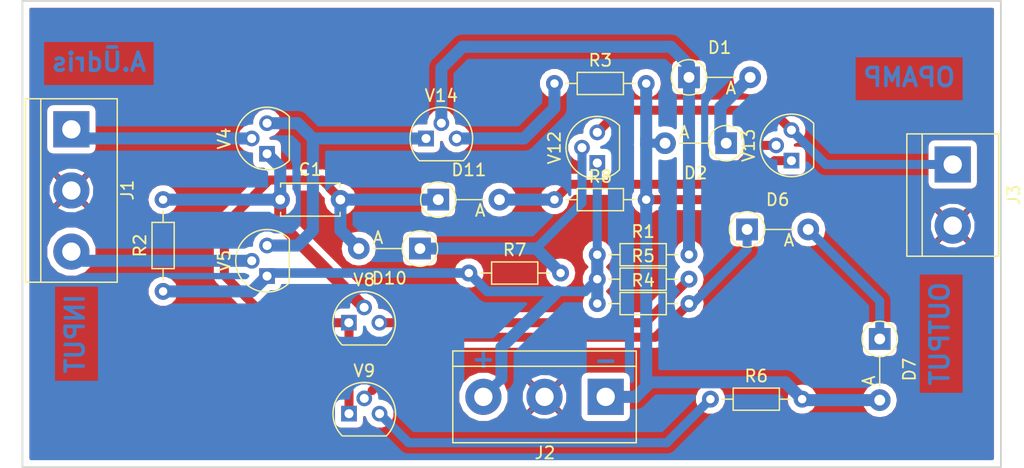
<source format=kicad_pcb>
(kicad_pcb (version 20171130) (host pcbnew "(5.0.0)")

  (general
    (thickness 1.6)
    (drawings 12)
    (tracks 105)
    (zones 0)
    (modules 25)
    (nets 19)
  )

  (page A4)
  (title_block
    (title OPZMP)
    (company VEA)
    (comment 4 "Alberts Ūdris 2IZB")
  )

  (layers
    (0 F.Cu signal)
    (31 B.Cu signal)
    (34 B.Paste user)
    (35 F.Paste user)
    (36 B.SilkS user)
    (37 F.SilkS user)
    (38 B.Mask user)
    (39 F.Mask user)
    (44 Edge.Cuts user)
    (45 Margin user)
    (46 B.CrtYd user)
    (47 F.CrtYd user)
    (48 B.Fab user)
    (49 F.Fab user)
  )

  (setup
    (last_trace_width 0.25)
    (user_trace_width 0.5)
    (user_trace_width 0.75)
    (user_trace_width 0.8)
    (user_trace_width 1)
    (user_trace_width 1.2)
    (user_trace_width 1.5)
    (trace_clearance 0.2)
    (zone_clearance 0.5)
    (zone_45_only no)
    (trace_min 0.2)
    (segment_width 0.2)
    (edge_width 0.15)
    (via_size 0.8)
    (via_drill 0.4)
    (via_min_size 0.4)
    (via_min_drill 0.3)
    (uvia_size 0.3)
    (uvia_drill 0.1)
    (uvias_allowed no)
    (uvia_min_size 0.2)
    (uvia_min_drill 0.1)
    (pcb_text_width 0.3)
    (pcb_text_size 1.5 1.5)
    (mod_edge_width 0.15)
    (mod_text_size 1 1)
    (mod_text_width 0.15)
    (pad_size 1.524 1.524)
    (pad_drill 0.762)
    (pad_to_mask_clearance 0.2)
    (aux_axis_origin 0 0)
    (visible_elements 7FFFFFFF)
    (pcbplotparams
      (layerselection 0x010f0_ffffffff)
      (usegerberextensions false)
      (usegerberattributes false)
      (usegerberadvancedattributes false)
      (creategerberjobfile false)
      (excludeedgelayer true)
      (linewidth 0.100000)
      (plotframeref false)
      (viasonmask false)
      (mode 1)
      (useauxorigin false)
      (hpglpennumber 1)
      (hpglpenspeed 20)
      (hpglpendiameter 15.000000)
      (psnegative false)
      (psa4output false)
      (plotreference true)
      (plotvalue true)
      (plotinvisibletext false)
      (padsonsilk false)
      (subtractmaskfromsilk false)
      (outputformat 1)
      (mirror false)
      (drillshape 0)
      (scaleselection 1)
      (outputdirectory ""))
  )

  (net 0 "")
  (net 1 "Net-(C1-Pad1)")
  (net 2 "Net-(C1-Pad2)")
  (net 3 "Net-(D1-Pad1)")
  (net 4 "Net-(D1-Pad2)")
  (net 5 "Net-(D2-Pad2)")
  (net 6 "Net-(D6-Pad1)")
  (net 7 "Net-(D6-Pad2)")
  (net 8 "Net-(D10-Pad1)")
  (net 9 "Net-(D11-Pad2)")
  (net 10 "Net-(J1-Pad3)")
  (net 11 Earth)
  (net 12 "Net-(J1-Pad1)")
  (net 13 "Net-(J2-Pad3)")
  (net 14 "Net-(J3-Pad1)")
  (net 15 "Net-(R3-Pad1)")
  (net 16 "Net-(R5-Pad2)")
  (net 17 "Net-(R6-Pad1)")
  (net 18 "Net-(V14-Pad2)")

  (net_class Default "This is the default net class."
    (clearance 0.2)
    (trace_width 0.25)
    (via_dia 0.8)
    (via_drill 0.4)
    (uvia_dia 0.3)
    (uvia_drill 0.1)
    (add_net Earth)
    (add_net "Net-(C1-Pad2)")
    (add_net "Net-(D1-Pad2)")
    (add_net "Net-(D10-Pad1)")
    (add_net "Net-(D11-Pad2)")
    (add_net "Net-(D2-Pad2)")
    (add_net "Net-(D6-Pad1)")
    (add_net "Net-(D6-Pad2)")
    (add_net "Net-(J3-Pad1)")
    (add_net "Net-(R3-Pad1)")
    (add_net "Net-(R5-Pad2)")
    (add_net "Net-(R6-Pad1)")
    (add_net "Net-(V14-Pad2)")
  )

  (net_class Power ""
    (clearance 0.2)
    (trace_width 1)
    (via_dia 0.8)
    (via_drill 0.4)
    (uvia_dia 0.3)
    (uvia_drill 0.1)
    (add_net "Net-(C1-Pad1)")
    (add_net "Net-(D1-Pad1)")
    (add_net "Net-(J1-Pad1)")
    (add_net "Net-(J1-Pad3)")
    (add_net "Net-(J2-Pad3)")
  )

  (module Resistor_THT:R_Axial_DIN0204_L3.6mm_D1.6mm_P7.62mm_Horizontal (layer F.Cu) (tedit 5AE5139B) (tstamp 5BB1CEA1)
    (at 179.07 118.1735)
    (descr "Resistor, Axial_DIN0204 series, Axial, Horizontal, pin pitch=7.62mm, 0.167W, length*diameter=3.6*1.6mm^2, http://cdn-reichelt.de/documents/datenblatt/B400/1_4W%23YAG.pdf")
    (tags "Resistor Axial_DIN0204 series Axial Horizontal pin pitch 7.62mm 0.167W length 3.6mm diameter 1.6mm")
    (path /5BAE4370)
    (fp_text reference R6 (at 3.81 -1.92) (layer F.SilkS)
      (effects (font (size 1 1) (thickness 0.15)))
    )
    (fp_text value 300 (at 3.81 1.92) (layer F.Fab)
      (effects (font (size 1 1) (thickness 0.15)))
    )
    (fp_line (start 2.01 -0.8) (end 2.01 0.8) (layer F.Fab) (width 0.1))
    (fp_line (start 2.01 0.8) (end 5.61 0.8) (layer F.Fab) (width 0.1))
    (fp_line (start 5.61 0.8) (end 5.61 -0.8) (layer F.Fab) (width 0.1))
    (fp_line (start 5.61 -0.8) (end 2.01 -0.8) (layer F.Fab) (width 0.1))
    (fp_line (start 0 0) (end 2.01 0) (layer F.Fab) (width 0.1))
    (fp_line (start 7.62 0) (end 5.61 0) (layer F.Fab) (width 0.1))
    (fp_line (start 1.89 -0.92) (end 1.89 0.92) (layer F.SilkS) (width 0.12))
    (fp_line (start 1.89 0.92) (end 5.73 0.92) (layer F.SilkS) (width 0.12))
    (fp_line (start 5.73 0.92) (end 5.73 -0.92) (layer F.SilkS) (width 0.12))
    (fp_line (start 5.73 -0.92) (end 1.89 -0.92) (layer F.SilkS) (width 0.12))
    (fp_line (start 0.94 0) (end 1.89 0) (layer F.SilkS) (width 0.12))
    (fp_line (start 6.68 0) (end 5.73 0) (layer F.SilkS) (width 0.12))
    (fp_line (start -0.95 -1.05) (end -0.95 1.05) (layer F.CrtYd) (width 0.05))
    (fp_line (start -0.95 1.05) (end 8.57 1.05) (layer F.CrtYd) (width 0.05))
    (fp_line (start 8.57 1.05) (end 8.57 -1.05) (layer F.CrtYd) (width 0.05))
    (fp_line (start 8.57 -1.05) (end -0.95 -1.05) (layer F.CrtYd) (width 0.05))
    (fp_text user %R (at 3.81 0) (layer F.Fab)
      (effects (font (size 0.72 0.72) (thickness 0.108)))
    )
    (pad 1 thru_hole circle (at 0 0) (size 1.4 1.4) (drill 0.7) (layers *.Cu *.Mask)
      (net 17 "Net-(R6-Pad1)"))
    (pad 2 thru_hole oval (at 7.62 0) (size 1.4 1.4) (drill 0.7) (layers *.Cu *.Mask)
      (net 5 "Net-(D2-Pad2)"))
    (model ${KISYS3DMOD}/Resistor_THT.3dshapes/R_Axial_DIN0204_L3.6mm_D1.6mm_P7.62mm_Horizontal.wrl
      (at (xyz 0 0 0))
      (scale (xyz 1 1 1))
      (rotate (xyz 0 0 0))
    )
  )

  (module Capacitor_THT:C_Disc_D4.7mm_W2.5mm_P5.00mm (layer F.Cu) (tedit 5AE50EF0) (tstamp 5BB1CD70)
    (at 143.336 101.6)
    (descr "C, Disc series, Radial, pin pitch=5.00mm, , diameter*width=4.7*2.5mm^2, Capacitor, http://www.vishay.com/docs/45233/krseries.pdf")
    (tags "C Disc series Radial pin pitch 5.00mm  diameter 4.7mm width 2.5mm Capacitor")
    (path /5BAE75FF)
    (fp_text reference C1 (at 2.5 -2.5) (layer F.SilkS)
      (effects (font (size 1 1) (thickness 0.15)))
    )
    (fp_text value 100p (at 2.5 2.5) (layer F.Fab)
      (effects (font (size 1 1) (thickness 0.15)))
    )
    (fp_line (start 0.15 -1.25) (end 0.15 1.25) (layer F.Fab) (width 0.1))
    (fp_line (start 0.15 1.25) (end 4.85 1.25) (layer F.Fab) (width 0.1))
    (fp_line (start 4.85 1.25) (end 4.85 -1.25) (layer F.Fab) (width 0.1))
    (fp_line (start 4.85 -1.25) (end 0.15 -1.25) (layer F.Fab) (width 0.1))
    (fp_line (start 0.03 -1.37) (end 4.97 -1.37) (layer F.SilkS) (width 0.12))
    (fp_line (start 0.03 1.37) (end 4.97 1.37) (layer F.SilkS) (width 0.12))
    (fp_line (start 0.03 -1.37) (end 0.03 -1.055) (layer F.SilkS) (width 0.12))
    (fp_line (start 0.03 1.055) (end 0.03 1.37) (layer F.SilkS) (width 0.12))
    (fp_line (start 4.97 -1.37) (end 4.97 -1.055) (layer F.SilkS) (width 0.12))
    (fp_line (start 4.97 1.055) (end 4.97 1.37) (layer F.SilkS) (width 0.12))
    (fp_line (start -1.05 -1.5) (end -1.05 1.5) (layer F.CrtYd) (width 0.05))
    (fp_line (start -1.05 1.5) (end 6.05 1.5) (layer F.CrtYd) (width 0.05))
    (fp_line (start 6.05 1.5) (end 6.05 -1.5) (layer F.CrtYd) (width 0.05))
    (fp_line (start 6.05 -1.5) (end -1.05 -1.5) (layer F.CrtYd) (width 0.05))
    (fp_text user %R (at 2.5 0) (layer F.Fab)
      (effects (font (size 0.94 0.94) (thickness 0.141)))
    )
    (pad 1 thru_hole circle (at 0 0) (size 1.6 1.6) (drill 0.8) (layers *.Cu *.Mask)
      (net 1 "Net-(C1-Pad1)"))
    (pad 2 thru_hole circle (at 5 0) (size 1.6 1.6) (drill 0.8) (layers *.Cu *.Mask)
      (net 2 "Net-(C1-Pad2)"))
    (model ${KISYS3DMOD}/Capacitor_THT.3dshapes/C_Disc_D4.7mm_W2.5mm_P5.00mm.wrl
      (at (xyz 0 0 0))
      (scale (xyz 1 1 1))
      (rotate (xyz 0 0 0))
    )
  )

  (module Diode_THT:D_A-405_P5.08mm_Vertical_AnodeUp (layer F.Cu) (tedit 5AE50CD5) (tstamp 5BB1DF9F)
    (at 177.292 91.44)
    (descr "Diode, A-405 series, Axial, Vertical, pin pitch=5.08mm, , length*diameter=5.2*2.7mm^2, , http://www.diodes.com/_files/packages/A-405.pdf")
    (tags "Diode A-405 series Axial Vertical pin pitch 5.08mm  length 5.2mm diameter 2.7mm")
    (path /5BB07B43)
    (fp_text reference D1 (at 2.54 -2.47) (layer F.SilkS)
      (effects (font (size 1 1) (thickness 0.15)))
    )
    (fp_text value 1N914 (at 2.54 2.47) (layer F.Fab)
      (effects (font (size 1 1) (thickness 0.15)))
    )
    (fp_circle (center 0 0) (end 1.35 0) (layer F.Fab) (width 0.1))
    (fp_circle (center 0 0) (end 1.47 0) (layer F.SilkS) (width 0.12))
    (fp_line (start 0 0) (end 5.08 0) (layer F.Fab) (width 0.1))
    (fp_line (start 1.47 0) (end 3.88 0) (layer F.SilkS) (width 0.12))
    (fp_line (start -1.6 -1.6) (end -1.6 1.6) (layer F.CrtYd) (width 0.05))
    (fp_line (start -1.6 1.6) (end 6.23 1.6) (layer F.CrtYd) (width 0.05))
    (fp_line (start 6.23 1.6) (end 6.23 -1.6) (layer F.CrtYd) (width 0.05))
    (fp_line (start 6.23 -1.6) (end -1.6 -1.6) (layer F.CrtYd) (width 0.05))
    (fp_text user %R (at 2.54 -2.47) (layer F.Fab)
      (effects (font (size 1 1) (thickness 0.15)))
    )
    (fp_text user A (at 3.48 0.9) (layer F.Fab)
      (effects (font (size 1 1) (thickness 0.15)))
    )
    (fp_text user A (at 3.48 0.9) (layer F.SilkS)
      (effects (font (size 1 1) (thickness 0.15)))
    )
    (pad 1 thru_hole rect (at 0 0) (size 1.8 1.8) (drill 0.9) (layers *.Cu *.Mask)
      (net 3 "Net-(D1-Pad1)"))
    (pad 2 thru_hole oval (at 5.08 0) (size 1.8 1.8) (drill 0.9) (layers *.Cu *.Mask)
      (net 4 "Net-(D1-Pad2)"))
    (model ${KISYS3DMOD}/Diode_THT.3dshapes/D_A-405_P5.08mm_Vertical_AnodeUp.wrl
      (at (xyz 0 0 0))
      (scale (xyz 1 1 1))
      (rotate (xyz 0 0 0))
    )
  )

  (module Diode_THT:D_A-405_P5.08mm_Vertical_AnodeUp (layer F.Cu) (tedit 5AE50CD5) (tstamp 5BB1CD92)
    (at 180.38064 96.91116 180)
    (descr "Diode, A-405 series, Axial, Vertical, pin pitch=5.08mm, , length*diameter=5.2*2.7mm^2, , http://www.diodes.com/_files/packages/A-405.pdf")
    (tags "Diode A-405 series Axial Vertical pin pitch 5.08mm  length 5.2mm diameter 2.7mm")
    (path /5BB07BDC)
    (fp_text reference D2 (at 2.54 -2.47 180) (layer F.SilkS)
      (effects (font (size 1 1) (thickness 0.15)))
    )
    (fp_text value 1N914 (at 2.54 2.47 180) (layer F.Fab)
      (effects (font (size 1 1) (thickness 0.15)))
    )
    (fp_text user A (at 3.48 0.9 180) (layer F.SilkS)
      (effects (font (size 1 1) (thickness 0.15)))
    )
    (fp_text user A (at 3.48 0.9 180) (layer F.Fab)
      (effects (font (size 1 1) (thickness 0.15)))
    )
    (fp_text user %R (at 2.54 -2.47 180) (layer F.Fab)
      (effects (font (size 1 1) (thickness 0.15)))
    )
    (fp_line (start 6.23 -1.6) (end -1.6 -1.6) (layer F.CrtYd) (width 0.05))
    (fp_line (start 6.23 1.6) (end 6.23 -1.6) (layer F.CrtYd) (width 0.05))
    (fp_line (start -1.6 1.6) (end 6.23 1.6) (layer F.CrtYd) (width 0.05))
    (fp_line (start -1.6 -1.6) (end -1.6 1.6) (layer F.CrtYd) (width 0.05))
    (fp_line (start 1.47 0) (end 3.88 0) (layer F.SilkS) (width 0.12))
    (fp_line (start 0 0) (end 5.08 0) (layer F.Fab) (width 0.1))
    (fp_circle (center 0 0) (end 1.47 0) (layer F.SilkS) (width 0.12))
    (fp_circle (center 0 0) (end 1.35 0) (layer F.Fab) (width 0.1))
    (pad 2 thru_hole oval (at 5.08 0 180) (size 1.8 1.8) (drill 0.9) (layers *.Cu *.Mask)
      (net 5 "Net-(D2-Pad2)"))
    (pad 1 thru_hole rect (at 0 0 180) (size 1.8 1.8) (drill 0.9) (layers *.Cu *.Mask)
      (net 4 "Net-(D1-Pad2)"))
    (model ${KISYS3DMOD}/Diode_THT.3dshapes/D_A-405_P5.08mm_Vertical_AnodeUp.wrl
      (at (xyz 0 0 0))
      (scale (xyz 1 1 1))
      (rotate (xyz 0 0 0))
    )
  )

  (module Diode_THT:D_A-405_P5.08mm_Vertical_AnodeUp (layer F.Cu) (tedit 5AE50CD5) (tstamp 5BB1CDA3)
    (at 182.118 104.0765)
    (descr "Diode, A-405 series, Axial, Vertical, pin pitch=5.08mm, , length*diameter=5.2*2.7mm^2, , http://www.diodes.com/_files/packages/A-405.pdf")
    (tags "Diode A-405 series Axial Vertical pin pitch 5.08mm  length 5.2mm diameter 2.7mm")
    (path /5BAEAEEA)
    (fp_text reference D6 (at 2.54 -2.47) (layer F.SilkS)
      (effects (font (size 1 1) (thickness 0.15)))
    )
    (fp_text value 1N914 (at 2.54 2.47) (layer F.Fab)
      (effects (font (size 1 1) (thickness 0.15)))
    )
    (fp_circle (center 0 0) (end 1.35 0) (layer F.Fab) (width 0.1))
    (fp_circle (center 0 0) (end 1.47 0) (layer F.SilkS) (width 0.12))
    (fp_line (start 0 0) (end 5.08 0) (layer F.Fab) (width 0.1))
    (fp_line (start 1.47 0) (end 3.88 0) (layer F.SilkS) (width 0.12))
    (fp_line (start -1.6 -1.6) (end -1.6 1.6) (layer F.CrtYd) (width 0.05))
    (fp_line (start -1.6 1.6) (end 6.23 1.6) (layer F.CrtYd) (width 0.05))
    (fp_line (start 6.23 1.6) (end 6.23 -1.6) (layer F.CrtYd) (width 0.05))
    (fp_line (start 6.23 -1.6) (end -1.6 -1.6) (layer F.CrtYd) (width 0.05))
    (fp_text user %R (at 2.54 -2.47) (layer F.Fab)
      (effects (font (size 1 1) (thickness 0.15)))
    )
    (fp_text user A (at 3.48 0.9) (layer F.Fab)
      (effects (font (size 1 1) (thickness 0.15)))
    )
    (fp_text user A (at 3.48 0.9) (layer F.SilkS)
      (effects (font (size 1 1) (thickness 0.15)))
    )
    (pad 1 thru_hole rect (at 0 0) (size 1.8 1.8) (drill 0.9) (layers *.Cu *.Mask)
      (net 6 "Net-(D6-Pad1)"))
    (pad 2 thru_hole oval (at 5.08 0) (size 1.8 1.8) (drill 0.9) (layers *.Cu *.Mask)
      (net 7 "Net-(D6-Pad2)"))
    (model ${KISYS3DMOD}/Diode_THT.3dshapes/D_A-405_P5.08mm_Vertical_AnodeUp.wrl
      (at (xyz 0 0 0))
      (scale (xyz 1 1 1))
      (rotate (xyz 0 0 0))
    )
  )

  (module Diode_THT:D_A-405_P5.08mm_Vertical_AnodeUp (layer F.Cu) (tedit 5AE50CD5) (tstamp 5BB1CDB4)
    (at 193.13652 113.17224 270)
    (descr "Diode, A-405 series, Axial, Vertical, pin pitch=5.08mm, , length*diameter=5.2*2.7mm^2, , http://www.diodes.com/_files/packages/A-405.pdf")
    (tags "Diode A-405 series Axial Vertical pin pitch 5.08mm  length 5.2mm diameter 2.7mm")
    (path /5BAEAE7C)
    (fp_text reference D7 (at 2.54 -2.47 270) (layer F.SilkS)
      (effects (font (size 1 1) (thickness 0.15)))
    )
    (fp_text value 1N914 (at 2.54 2.47 270) (layer F.Fab)
      (effects (font (size 1 1) (thickness 0.15)))
    )
    (fp_text user A (at 3.48 0.9 270) (layer F.SilkS)
      (effects (font (size 1 1) (thickness 0.15)))
    )
    (fp_text user A (at 3.48 0.9 270) (layer F.Fab)
      (effects (font (size 1 1) (thickness 0.15)))
    )
    (fp_text user %R (at 2.54 -2.47 270) (layer F.Fab)
      (effects (font (size 1 1) (thickness 0.15)))
    )
    (fp_line (start 6.23 -1.6) (end -1.6 -1.6) (layer F.CrtYd) (width 0.05))
    (fp_line (start 6.23 1.6) (end 6.23 -1.6) (layer F.CrtYd) (width 0.05))
    (fp_line (start -1.6 1.6) (end 6.23 1.6) (layer F.CrtYd) (width 0.05))
    (fp_line (start -1.6 -1.6) (end -1.6 1.6) (layer F.CrtYd) (width 0.05))
    (fp_line (start 1.47 0) (end 3.88 0) (layer F.SilkS) (width 0.12))
    (fp_line (start 0 0) (end 5.08 0) (layer F.Fab) (width 0.1))
    (fp_circle (center 0 0) (end 1.47 0) (layer F.SilkS) (width 0.12))
    (fp_circle (center 0 0) (end 1.35 0) (layer F.Fab) (width 0.1))
    (pad 2 thru_hole oval (at 5.08 0 270) (size 1.8 1.8) (drill 0.9) (layers *.Cu *.Mask)
      (net 5 "Net-(D2-Pad2)"))
    (pad 1 thru_hole rect (at 0 0 270) (size 1.8 1.8) (drill 0.9) (layers *.Cu *.Mask)
      (net 7 "Net-(D6-Pad2)"))
    (model ${KISYS3DMOD}/Diode_THT.3dshapes/D_A-405_P5.08mm_Vertical_AnodeUp.wrl
      (at (xyz 0 0 0))
      (scale (xyz 1 1 1))
      (rotate (xyz 0 0 0))
    )
  )

  (module Diode_THT:D_A-405_P5.08mm_Vertical_AnodeUp (layer F.Cu) (tedit 5AE50CD5) (tstamp 5BB1CDC5)
    (at 154.94 105.664 180)
    (descr "Diode, A-405 series, Axial, Vertical, pin pitch=5.08mm, , length*diameter=5.2*2.7mm^2, , http://www.diodes.com/_files/packages/A-405.pdf")
    (tags "Diode A-405 series Axial Vertical pin pitch 5.08mm  length 5.2mm diameter 2.7mm")
    (path /5BAE40CC)
    (fp_text reference D10 (at 2.54 -2.47 180) (layer F.SilkS)
      (effects (font (size 1 1) (thickness 0.15)))
    )
    (fp_text value 1N914 (at 2.54 2.47 180) (layer F.Fab)
      (effects (font (size 1 1) (thickness 0.15)))
    )
    (fp_circle (center 0 0) (end 1.35 0) (layer F.Fab) (width 0.1))
    (fp_circle (center 0 0) (end 1.47 0) (layer F.SilkS) (width 0.12))
    (fp_line (start 0 0) (end 5.08 0) (layer F.Fab) (width 0.1))
    (fp_line (start 1.47 0) (end 3.88 0) (layer F.SilkS) (width 0.12))
    (fp_line (start -1.6 -1.6) (end -1.6 1.6) (layer F.CrtYd) (width 0.05))
    (fp_line (start -1.6 1.6) (end 6.23 1.6) (layer F.CrtYd) (width 0.05))
    (fp_line (start 6.23 1.6) (end 6.23 -1.6) (layer F.CrtYd) (width 0.05))
    (fp_line (start 6.23 -1.6) (end -1.6 -1.6) (layer F.CrtYd) (width 0.05))
    (fp_text user %R (at 2.54 -2.47 180) (layer F.Fab)
      (effects (font (size 1 1) (thickness 0.15)))
    )
    (fp_text user A (at 3.48 0.9 180) (layer F.Fab)
      (effects (font (size 1 1) (thickness 0.15)))
    )
    (fp_text user A (at 3.48 0.9 180) (layer F.SilkS)
      (effects (font (size 1 1) (thickness 0.15)))
    )
    (pad 1 thru_hole rect (at 0 0 180) (size 1.8 1.8) (drill 0.9) (layers *.Cu *.Mask)
      (net 8 "Net-(D10-Pad1)"))
    (pad 2 thru_hole oval (at 5.08 0 180) (size 1.8 1.8) (drill 0.9) (layers *.Cu *.Mask)
      (net 2 "Net-(C1-Pad2)"))
    (model ${KISYS3DMOD}/Diode_THT.3dshapes/D_A-405_P5.08mm_Vertical_AnodeUp.wrl
      (at (xyz 0 0 0))
      (scale (xyz 1 1 1))
      (rotate (xyz 0 0 0))
    )
  )

  (module Diode_THT:D_A-405_P5.08mm_Vertical_AnodeUp (layer F.Cu) (tedit 5AE50CD5) (tstamp 5BB1CDD6)
    (at 156.464 101.6)
    (descr "Diode, A-405 series, Axial, Vertical, pin pitch=5.08mm, , length*diameter=5.2*2.7mm^2, , http://www.diodes.com/_files/packages/A-405.pdf")
    (tags "Diode A-405 series Axial Vertical pin pitch 5.08mm  length 5.2mm diameter 2.7mm")
    (path /5BAE406A)
    (fp_text reference D11 (at 2.54 -2.47) (layer F.SilkS)
      (effects (font (size 1 1) (thickness 0.15)))
    )
    (fp_text value 1N914 (at 2.54 2.47) (layer F.Fab)
      (effects (font (size 1 1) (thickness 0.15)))
    )
    (fp_text user A (at 3.48 0.9) (layer F.SilkS)
      (effects (font (size 1 1) (thickness 0.15)))
    )
    (fp_text user A (at 3.48 0.9) (layer F.Fab)
      (effects (font (size 1 1) (thickness 0.15)))
    )
    (fp_text user %R (at 2.54 -2.47) (layer F.Fab)
      (effects (font (size 1 1) (thickness 0.15)))
    )
    (fp_line (start 6.23 -1.6) (end -1.6 -1.6) (layer F.CrtYd) (width 0.05))
    (fp_line (start 6.23 1.6) (end 6.23 -1.6) (layer F.CrtYd) (width 0.05))
    (fp_line (start -1.6 1.6) (end 6.23 1.6) (layer F.CrtYd) (width 0.05))
    (fp_line (start -1.6 -1.6) (end -1.6 1.6) (layer F.CrtYd) (width 0.05))
    (fp_line (start 1.47 0) (end 3.88 0) (layer F.SilkS) (width 0.12))
    (fp_line (start 0 0) (end 5.08 0) (layer F.Fab) (width 0.1))
    (fp_circle (center 0 0) (end 1.47 0) (layer F.SilkS) (width 0.12))
    (fp_circle (center 0 0) (end 1.35 0) (layer F.Fab) (width 0.1))
    (pad 2 thru_hole oval (at 5.08 0) (size 1.8 1.8) (drill 0.9) (layers *.Cu *.Mask)
      (net 9 "Net-(D11-Pad2)"))
    (pad 1 thru_hole rect (at 0 0) (size 1.8 1.8) (drill 0.9) (layers *.Cu *.Mask)
      (net 2 "Net-(C1-Pad2)"))
    (model ${KISYS3DMOD}/Diode_THT.3dshapes/D_A-405_P5.08mm_Vertical_AnodeUp.wrl
      (at (xyz 0 0 0))
      (scale (xyz 1 1 1))
      (rotate (xyz 0 0 0))
    )
  )

  (module TerminalBlock:TerminalBlock_bornier-3_P5.08mm (layer F.Cu) (tedit 59FF03B9) (tstamp 5BB1D75F)
    (at 125.984 95.758 270)
    (descr "simple 3-pin terminal block, pitch 5.08mm, revamped version of bornier3")
    (tags "terminal block bornier3")
    (path /5BB1F1F1)
    (fp_text reference J1 (at 5.05 -4.65 270) (layer F.SilkS)
      (effects (font (size 1 1) (thickness 0.15)))
    )
    (fp_text value Conn_01x03_Male (at 5.08 5.08 270) (layer F.Fab)
      (effects (font (size 1 1) (thickness 0.15)))
    )
    (fp_line (start 12.88 4) (end -2.72 4) (layer F.CrtYd) (width 0.05))
    (fp_line (start 12.88 4) (end 12.88 -4) (layer F.CrtYd) (width 0.05))
    (fp_line (start -2.72 -4) (end -2.72 4) (layer F.CrtYd) (width 0.05))
    (fp_line (start -2.72 -4) (end 12.88 -4) (layer F.CrtYd) (width 0.05))
    (fp_line (start -2.54 3.81) (end 12.7 3.81) (layer F.SilkS) (width 0.12))
    (fp_line (start -2.54 -3.81) (end 12.7 -3.81) (layer F.SilkS) (width 0.12))
    (fp_line (start -2.54 2.54) (end 12.7 2.54) (layer F.SilkS) (width 0.12))
    (fp_line (start 12.7 3.81) (end 12.7 -3.81) (layer F.SilkS) (width 0.12))
    (fp_line (start -2.54 3.81) (end -2.54 -3.81) (layer F.SilkS) (width 0.12))
    (fp_line (start -2.47 3.75) (end -2.47 -3.75) (layer F.Fab) (width 0.1))
    (fp_line (start 12.63 3.75) (end -2.47 3.75) (layer F.Fab) (width 0.1))
    (fp_line (start 12.63 -3.75) (end 12.63 3.75) (layer F.Fab) (width 0.1))
    (fp_line (start -2.47 -3.75) (end 12.63 -3.75) (layer F.Fab) (width 0.1))
    (fp_line (start -2.47 2.55) (end 12.63 2.55) (layer F.Fab) (width 0.1))
    (fp_text user %R (at 5.08 0 270) (layer F.Fab)
      (effects (font (size 1 1) (thickness 0.15)))
    )
    (pad 3 thru_hole circle (at 10.16 0 270) (size 3 3) (drill 1.52) (layers *.Cu *.Mask)
      (net 10 "Net-(J1-Pad3)"))
    (pad 2 thru_hole circle (at 5.08 0 270) (size 3 3) (drill 1.52) (layers *.Cu *.Mask)
      (net 11 Earth))
    (pad 1 thru_hole rect (at 0 0 270) (size 3 3) (drill 1.52) (layers *.Cu *.Mask)
      (net 12 "Net-(J1-Pad1)"))
    (model ${KISYS3DMOD}/TerminalBlock.3dshapes/TerminalBlock_bornier-3_P5.08mm.wrl
      (offset (xyz 5.079999923706055 0 0))
      (scale (xyz 1 1 1))
      (rotate (xyz 0 0 0))
    )
  )

  (module TerminalBlock:TerminalBlock_bornier-3_P5.08mm (layer F.Cu) (tedit 5D00D496) (tstamp 5BB1CE02)
    (at 170.3705 117.983 180)
    (descr "simple 3-pin terminal block, pitch 5.08mm, revamped version of bornier3")
    (tags "terminal block bornier3")
    (path /5BB33A58)
    (fp_text reference J2 (at 5.05 -4.65 180) (layer F.SilkS)
      (effects (font (size 1 1) (thickness 0.15)))
    )
    (fp_text value Conn_01x03_Male (at 5.08 5.08 180) (layer F.Fab)
      (effects (font (size 1 1) (thickness 0.15)))
    )
    (fp_text user %R (at 5.08 0 180) (layer F.Fab)
      (effects (font (size 1 1) (thickness 0.15)))
    )
    (fp_line (start -2.47 2.55) (end 12.63 2.55) (layer F.Fab) (width 0.1))
    (fp_line (start -2.47 -3.75) (end 12.63 -3.75) (layer F.Fab) (width 0.1))
    (fp_line (start 12.63 -3.75) (end 12.63 3.75) (layer F.Fab) (width 0.1))
    (fp_line (start 12.63 3.75) (end -2.47 3.75) (layer F.Fab) (width 0.1))
    (fp_line (start -2.47 3.75) (end -2.47 -3.75) (layer F.Fab) (width 0.1))
    (fp_line (start -2.54 3.81) (end -2.54 -3.81) (layer F.SilkS) (width 0.12))
    (fp_line (start 12.7 3.81) (end 12.7 -3.81) (layer F.SilkS) (width 0.12))
    (fp_line (start -2.54 2.54) (end 12.7 2.54) (layer F.SilkS) (width 0.12))
    (fp_line (start -2.54 -3.81) (end 12.7 -3.81) (layer F.SilkS) (width 0.12))
    (fp_line (start -2.54 3.81) (end 12.7 3.81) (layer F.SilkS) (width 0.12))
    (fp_line (start -2.72 -4) (end 12.88 -4) (layer F.CrtYd) (width 0.05))
    (fp_line (start -2.72 -4) (end -2.72 4) (layer F.CrtYd) (width 0.05))
    (fp_line (start 12.88 4) (end 12.88 -4) (layer F.CrtYd) (width 0.05))
    (fp_line (start 12.88 4) (end -2.72 4) (layer F.CrtYd) (width 0.05))
    (pad 1 thru_hole rect (at 0 0 180) (size 3 3) (drill 1.52) (layers *.Cu *.Mask)
      (net 5 "Net-(D2-Pad2)"))
    (pad 2 thru_hole circle (at 5.08 0 180) (size 3 3) (drill 1.52) (layers *.Cu *.Mask)
      (net 11 Earth))
    (pad 3 thru_hole circle (at 10.16 0 180) (size 3 3) (drill 1.52) (layers *.Cu *.Mask)
      (net 13 "Net-(J2-Pad3)"))
    (model ${KISYS3DMOD}/TerminalBlock.3dshapes/TerminalBlock_bornier-3_P5.08mm.wrl
      (offset (xyz 5.079999923706055 0 0))
      (scale (xyz 1 1 1))
      (rotate (xyz 0 0 0))
    )
  )

  (module TerminalBlock:TerminalBlock_bornier-2_P5.08mm (layer F.Cu) (tedit 59FF03AB) (tstamp 5BB1D849)
    (at 199.1995 98.679 270)
    (descr "simple 2-pin terminal block, pitch 5.08mm, revamped version of bornier2")
    (tags "terminal block bornier2")
    (path /5BB2B915)
    (fp_text reference J3 (at 2.54 -5.08 270) (layer F.SilkS)
      (effects (font (size 1 1) (thickness 0.15)))
    )
    (fp_text value Conn_01x02_Male (at 2.54 5.08 270) (layer F.Fab)
      (effects (font (size 1 1) (thickness 0.15)))
    )
    (fp_text user %R (at 2.54 0 270) (layer F.Fab)
      (effects (font (size 1 1) (thickness 0.15)))
    )
    (fp_line (start -2.41 2.55) (end 7.49 2.55) (layer F.Fab) (width 0.1))
    (fp_line (start -2.46 -3.75) (end -2.46 3.75) (layer F.Fab) (width 0.1))
    (fp_line (start -2.46 3.75) (end 7.54 3.75) (layer F.Fab) (width 0.1))
    (fp_line (start 7.54 3.75) (end 7.54 -3.75) (layer F.Fab) (width 0.1))
    (fp_line (start 7.54 -3.75) (end -2.46 -3.75) (layer F.Fab) (width 0.1))
    (fp_line (start 7.62 2.54) (end -2.54 2.54) (layer F.SilkS) (width 0.12))
    (fp_line (start 7.62 3.81) (end 7.62 -3.81) (layer F.SilkS) (width 0.12))
    (fp_line (start 7.62 -3.81) (end -2.54 -3.81) (layer F.SilkS) (width 0.12))
    (fp_line (start -2.54 -3.81) (end -2.54 3.81) (layer F.SilkS) (width 0.12))
    (fp_line (start -2.54 3.81) (end 7.62 3.81) (layer F.SilkS) (width 0.12))
    (fp_line (start -2.71 -4) (end 7.79 -4) (layer F.CrtYd) (width 0.05))
    (fp_line (start -2.71 -4) (end -2.71 4) (layer F.CrtYd) (width 0.05))
    (fp_line (start 7.79 4) (end 7.79 -4) (layer F.CrtYd) (width 0.05))
    (fp_line (start 7.79 4) (end -2.71 4) (layer F.CrtYd) (width 0.05))
    (pad 1 thru_hole rect (at 0 0 270) (size 3 3) (drill 1.52) (layers *.Cu *.Mask)
      (net 14 "Net-(J3-Pad1)"))
    (pad 2 thru_hole circle (at 5.08 0 270) (size 3 3) (drill 1.52) (layers *.Cu *.Mask)
      (net 11 Earth))
    (model ${KISYS3DMOD}/TerminalBlock.3dshapes/TerminalBlock_bornier-2_P5.08mm.wrl
      (offset (xyz 2.539999961853027 0 0))
      (scale (xyz 1 1 1))
      (rotate (xyz 0 0 0))
    )
  )

  (module Resistor_THT:R_Axial_DIN0204_L3.6mm_D1.6mm_P7.62mm_Horizontal (layer F.Cu) (tedit 5AE5139B) (tstamp 5BB1CE2E)
    (at 169.672 106.172)
    (descr "Resistor, Axial_DIN0204 series, Axial, Horizontal, pin pitch=7.62mm, 0.167W, length*diameter=3.6*1.6mm^2, http://cdn-reichelt.de/documents/datenblatt/B400/1_4W%23YAG.pdf")
    (tags "Resistor Axial_DIN0204 series Axial Horizontal pin pitch 7.62mm 0.167W length 3.6mm diameter 1.6mm")
    (path /5BB0B9BE)
    (fp_text reference R1 (at 3.81 -1.92) (layer F.SilkS)
      (effects (font (size 1 1) (thickness 0.15)))
    )
    (fp_text value 12k (at 3.81 1.92) (layer F.Fab)
      (effects (font (size 1 1) (thickness 0.15)))
    )
    (fp_text user %R (at 3.81 0) (layer F.Fab)
      (effects (font (size 0.72 0.72) (thickness 0.108)))
    )
    (fp_line (start 8.57 -1.05) (end -0.95 -1.05) (layer F.CrtYd) (width 0.05))
    (fp_line (start 8.57 1.05) (end 8.57 -1.05) (layer F.CrtYd) (width 0.05))
    (fp_line (start -0.95 1.05) (end 8.57 1.05) (layer F.CrtYd) (width 0.05))
    (fp_line (start -0.95 -1.05) (end -0.95 1.05) (layer F.CrtYd) (width 0.05))
    (fp_line (start 6.68 0) (end 5.73 0) (layer F.SilkS) (width 0.12))
    (fp_line (start 0.94 0) (end 1.89 0) (layer F.SilkS) (width 0.12))
    (fp_line (start 5.73 -0.92) (end 1.89 -0.92) (layer F.SilkS) (width 0.12))
    (fp_line (start 5.73 0.92) (end 5.73 -0.92) (layer F.SilkS) (width 0.12))
    (fp_line (start 1.89 0.92) (end 5.73 0.92) (layer F.SilkS) (width 0.12))
    (fp_line (start 1.89 -0.92) (end 1.89 0.92) (layer F.SilkS) (width 0.12))
    (fp_line (start 7.62 0) (end 5.61 0) (layer F.Fab) (width 0.1))
    (fp_line (start 0 0) (end 2.01 0) (layer F.Fab) (width 0.1))
    (fp_line (start 5.61 -0.8) (end 2.01 -0.8) (layer F.Fab) (width 0.1))
    (fp_line (start 5.61 0.8) (end 5.61 -0.8) (layer F.Fab) (width 0.1))
    (fp_line (start 2.01 0.8) (end 5.61 0.8) (layer F.Fab) (width 0.1))
    (fp_line (start 2.01 -0.8) (end 2.01 0.8) (layer F.Fab) (width 0.1))
    (pad 2 thru_hole oval (at 7.62 0) (size 1.4 1.4) (drill 0.7) (layers *.Cu *.Mask)
      (net 3 "Net-(D1-Pad1)"))
    (pad 1 thru_hole circle (at 0 0) (size 1.4 1.4) (drill 0.7) (layers *.Cu *.Mask)
      (net 13 "Net-(J2-Pad3)"))
    (model ${KISYS3DMOD}/Resistor_THT.3dshapes/R_Axial_DIN0204_L3.6mm_D1.6mm_P7.62mm_Horizontal.wrl
      (at (xyz 0 0 0))
      (scale (xyz 1 1 1))
      (rotate (xyz 0 0 0))
    )
  )

  (module Resistor_THT:R_Axial_DIN0204_L3.6mm_D1.6mm_P7.62mm_Horizontal (layer F.Cu) (tedit 5AE5139B) (tstamp 5BB1CE45)
    (at 133.604 109.22 90)
    (descr "Resistor, Axial_DIN0204 series, Axial, Horizontal, pin pitch=7.62mm, 0.167W, length*diameter=3.6*1.6mm^2, http://cdn-reichelt.de/documents/datenblatt/B400/1_4W%23YAG.pdf")
    (tags "Resistor Axial_DIN0204 series Axial Horizontal pin pitch 7.62mm 0.167W length 3.6mm diameter 1.6mm")
    (path /5BAF676B)
    (fp_text reference R2 (at 3.81 -1.92 90) (layer F.SilkS)
      (effects (font (size 1 1) (thickness 0.15)))
    )
    (fp_text value 1k (at 3.81 1.92 90) (layer F.Fab)
      (effects (font (size 1 1) (thickness 0.15)))
    )
    (fp_text user %R (at 3.81 0 90) (layer F.Fab)
      (effects (font (size 0.72 0.72) (thickness 0.108)))
    )
    (fp_line (start 8.57 -1.05) (end -0.95 -1.05) (layer F.CrtYd) (width 0.05))
    (fp_line (start 8.57 1.05) (end 8.57 -1.05) (layer F.CrtYd) (width 0.05))
    (fp_line (start -0.95 1.05) (end 8.57 1.05) (layer F.CrtYd) (width 0.05))
    (fp_line (start -0.95 -1.05) (end -0.95 1.05) (layer F.CrtYd) (width 0.05))
    (fp_line (start 6.68 0) (end 5.73 0) (layer F.SilkS) (width 0.12))
    (fp_line (start 0.94 0) (end 1.89 0) (layer F.SilkS) (width 0.12))
    (fp_line (start 5.73 -0.92) (end 1.89 -0.92) (layer F.SilkS) (width 0.12))
    (fp_line (start 5.73 0.92) (end 5.73 -0.92) (layer F.SilkS) (width 0.12))
    (fp_line (start 1.89 0.92) (end 5.73 0.92) (layer F.SilkS) (width 0.12))
    (fp_line (start 1.89 -0.92) (end 1.89 0.92) (layer F.SilkS) (width 0.12))
    (fp_line (start 7.62 0) (end 5.61 0) (layer F.Fab) (width 0.1))
    (fp_line (start 0 0) (end 2.01 0) (layer F.Fab) (width 0.1))
    (fp_line (start 5.61 -0.8) (end 2.01 -0.8) (layer F.Fab) (width 0.1))
    (fp_line (start 5.61 0.8) (end 5.61 -0.8) (layer F.Fab) (width 0.1))
    (fp_line (start 2.01 0.8) (end 5.61 0.8) (layer F.Fab) (width 0.1))
    (fp_line (start 2.01 -0.8) (end 2.01 0.8) (layer F.Fab) (width 0.1))
    (pad 2 thru_hole oval (at 7.62 0 90) (size 1.4 1.4) (drill 0.7) (layers *.Cu *.Mask)
      (net 1 "Net-(C1-Pad1)"))
    (pad 1 thru_hole circle (at 0 0 90) (size 1.4 1.4) (drill 0.7) (layers *.Cu *.Mask)
      (net 13 "Net-(J2-Pad3)"))
    (model ${KISYS3DMOD}/Resistor_THT.3dshapes/R_Axial_DIN0204_L3.6mm_D1.6mm_P7.62mm_Horizontal.wrl
      (at (xyz 0 0 0))
      (scale (xyz 1 1 1))
      (rotate (xyz 0 0 0))
    )
  )

  (module Resistor_THT:R_Axial_DIN0204_L3.6mm_D1.6mm_P7.62mm_Horizontal (layer F.Cu) (tedit 5AE5139B) (tstamp 5BB1CE5C)
    (at 166.116 91.948)
    (descr "Resistor, Axial_DIN0204 series, Axial, Horizontal, pin pitch=7.62mm, 0.167W, length*diameter=3.6*1.6mm^2, http://cdn-reichelt.de/documents/datenblatt/B400/1_4W%23YAG.pdf")
    (tags "Resistor Axial_DIN0204 series Axial Horizontal pin pitch 7.62mm 0.167W length 3.6mm diameter 1.6mm")
    (path /5BAF3452)
    (fp_text reference R3 (at 3.81 -1.92) (layer F.SilkS)
      (effects (font (size 1 1) (thickness 0.15)))
    )
    (fp_text value 300 (at 3.81 1.92) (layer F.Fab)
      (effects (font (size 1 1) (thickness 0.15)))
    )
    (fp_text user %R (at 3.81 0) (layer F.Fab)
      (effects (font (size 0.72 0.72) (thickness 0.108)))
    )
    (fp_line (start 8.57 -1.05) (end -0.95 -1.05) (layer F.CrtYd) (width 0.05))
    (fp_line (start 8.57 1.05) (end 8.57 -1.05) (layer F.CrtYd) (width 0.05))
    (fp_line (start -0.95 1.05) (end 8.57 1.05) (layer F.CrtYd) (width 0.05))
    (fp_line (start -0.95 -1.05) (end -0.95 1.05) (layer F.CrtYd) (width 0.05))
    (fp_line (start 6.68 0) (end 5.73 0) (layer F.SilkS) (width 0.12))
    (fp_line (start 0.94 0) (end 1.89 0) (layer F.SilkS) (width 0.12))
    (fp_line (start 5.73 -0.92) (end 1.89 -0.92) (layer F.SilkS) (width 0.12))
    (fp_line (start 5.73 0.92) (end 5.73 -0.92) (layer F.SilkS) (width 0.12))
    (fp_line (start 1.89 0.92) (end 5.73 0.92) (layer F.SilkS) (width 0.12))
    (fp_line (start 1.89 -0.92) (end 1.89 0.92) (layer F.SilkS) (width 0.12))
    (fp_line (start 7.62 0) (end 5.61 0) (layer F.Fab) (width 0.1))
    (fp_line (start 0 0) (end 2.01 0) (layer F.Fab) (width 0.1))
    (fp_line (start 5.61 -0.8) (end 2.01 -0.8) (layer F.Fab) (width 0.1))
    (fp_line (start 5.61 0.8) (end 5.61 -0.8) (layer F.Fab) (width 0.1))
    (fp_line (start 2.01 0.8) (end 5.61 0.8) (layer F.Fab) (width 0.1))
    (fp_line (start 2.01 -0.8) (end 2.01 0.8) (layer F.Fab) (width 0.1))
    (pad 2 thru_hole oval (at 7.62 0) (size 1.4 1.4) (drill 0.7) (layers *.Cu *.Mask)
      (net 5 "Net-(D2-Pad2)"))
    (pad 1 thru_hole circle (at 0 0) (size 1.4 1.4) (drill 0.7) (layers *.Cu *.Mask)
      (net 15 "Net-(R3-Pad1)"))
    (model ${KISYS3DMOD}/Resistor_THT.3dshapes/R_Axial_DIN0204_L3.6mm_D1.6mm_P7.62mm_Horizontal.wrl
      (at (xyz 0 0 0))
      (scale (xyz 1 1 1))
      (rotate (xyz 0 0 0))
    )
  )

  (module Resistor_THT:R_Axial_DIN0204_L3.6mm_D1.6mm_P7.62mm_Horizontal (layer F.Cu) (tedit 5AE5139B) (tstamp 5BB1CE73)
    (at 169.672 110.236)
    (descr "Resistor, Axial_DIN0204 series, Axial, Horizontal, pin pitch=7.62mm, 0.167W, length*diameter=3.6*1.6mm^2, http://cdn-reichelt.de/documents/datenblatt/B400/1_4W%23YAG.pdf")
    (tags "Resistor Axial_DIN0204 series Axial Horizontal pin pitch 7.62mm 0.167W length 3.6mm diameter 1.6mm")
    (path /5BAED122)
    (fp_text reference R4 (at 3.81 -1.92) (layer F.SilkS)
      (effects (font (size 1 1) (thickness 0.15)))
    )
    (fp_text value 12k (at 3.81 1.92) (layer F.Fab)
      (effects (font (size 1 1) (thickness 0.15)))
    )
    (fp_line (start 2.01 -0.8) (end 2.01 0.8) (layer F.Fab) (width 0.1))
    (fp_line (start 2.01 0.8) (end 5.61 0.8) (layer F.Fab) (width 0.1))
    (fp_line (start 5.61 0.8) (end 5.61 -0.8) (layer F.Fab) (width 0.1))
    (fp_line (start 5.61 -0.8) (end 2.01 -0.8) (layer F.Fab) (width 0.1))
    (fp_line (start 0 0) (end 2.01 0) (layer F.Fab) (width 0.1))
    (fp_line (start 7.62 0) (end 5.61 0) (layer F.Fab) (width 0.1))
    (fp_line (start 1.89 -0.92) (end 1.89 0.92) (layer F.SilkS) (width 0.12))
    (fp_line (start 1.89 0.92) (end 5.73 0.92) (layer F.SilkS) (width 0.12))
    (fp_line (start 5.73 0.92) (end 5.73 -0.92) (layer F.SilkS) (width 0.12))
    (fp_line (start 5.73 -0.92) (end 1.89 -0.92) (layer F.SilkS) (width 0.12))
    (fp_line (start 0.94 0) (end 1.89 0) (layer F.SilkS) (width 0.12))
    (fp_line (start 6.68 0) (end 5.73 0) (layer F.SilkS) (width 0.12))
    (fp_line (start -0.95 -1.05) (end -0.95 1.05) (layer F.CrtYd) (width 0.05))
    (fp_line (start -0.95 1.05) (end 8.57 1.05) (layer F.CrtYd) (width 0.05))
    (fp_line (start 8.57 1.05) (end 8.57 -1.05) (layer F.CrtYd) (width 0.05))
    (fp_line (start 8.57 -1.05) (end -0.95 -1.05) (layer F.CrtYd) (width 0.05))
    (fp_text user %R (at 3.81 0) (layer F.Fab)
      (effects (font (size 0.72 0.72) (thickness 0.108)))
    )
    (pad 1 thru_hole circle (at 0 0) (size 1.4 1.4) (drill 0.7) (layers *.Cu *.Mask)
      (net 13 "Net-(J2-Pad3)"))
    (pad 2 thru_hole oval (at 7.62 0) (size 1.4 1.4) (drill 0.7) (layers *.Cu *.Mask)
      (net 6 "Net-(D6-Pad1)"))
    (model ${KISYS3DMOD}/Resistor_THT.3dshapes/R_Axial_DIN0204_L3.6mm_D1.6mm_P7.62mm_Horizontal.wrl
      (at (xyz 0 0 0))
      (scale (xyz 1 1 1))
      (rotate (xyz 0 0 0))
    )
  )

  (module Resistor_THT:R_Axial_DIN0204_L3.6mm_D1.6mm_P7.62mm_Horizontal (layer F.Cu) (tedit 5AE5139B) (tstamp 5BB1D62B)
    (at 169.672 108.204)
    (descr "Resistor, Axial_DIN0204 series, Axial, Horizontal, pin pitch=7.62mm, 0.167W, length*diameter=3.6*1.6mm^2, http://cdn-reichelt.de/documents/datenblatt/B400/1_4W%23YAG.pdf")
    (tags "Resistor Axial_DIN0204 series Axial Horizontal pin pitch 7.62mm 0.167W length 3.6mm diameter 1.6mm")
    (path /5BAE41B5)
    (fp_text reference R5 (at 3.81 -1.92) (layer F.SilkS)
      (effects (font (size 1 1) (thickness 0.15)))
    )
    (fp_text value 100 (at 3.81 1.92) (layer F.Fab)
      (effects (font (size 1 1) (thickness 0.15)))
    )
    (fp_line (start 2.01 -0.8) (end 2.01 0.8) (layer F.Fab) (width 0.1))
    (fp_line (start 2.01 0.8) (end 5.61 0.8) (layer F.Fab) (width 0.1))
    (fp_line (start 5.61 0.8) (end 5.61 -0.8) (layer F.Fab) (width 0.1))
    (fp_line (start 5.61 -0.8) (end 2.01 -0.8) (layer F.Fab) (width 0.1))
    (fp_line (start 0 0) (end 2.01 0) (layer F.Fab) (width 0.1))
    (fp_line (start 7.62 0) (end 5.61 0) (layer F.Fab) (width 0.1))
    (fp_line (start 1.89 -0.92) (end 1.89 0.92) (layer F.SilkS) (width 0.12))
    (fp_line (start 1.89 0.92) (end 5.73 0.92) (layer F.SilkS) (width 0.12))
    (fp_line (start 5.73 0.92) (end 5.73 -0.92) (layer F.SilkS) (width 0.12))
    (fp_line (start 5.73 -0.92) (end 1.89 -0.92) (layer F.SilkS) (width 0.12))
    (fp_line (start 0.94 0) (end 1.89 0) (layer F.SilkS) (width 0.12))
    (fp_line (start 6.68 0) (end 5.73 0) (layer F.SilkS) (width 0.12))
    (fp_line (start -0.95 -1.05) (end -0.95 1.05) (layer F.CrtYd) (width 0.05))
    (fp_line (start -0.95 1.05) (end 8.57 1.05) (layer F.CrtYd) (width 0.05))
    (fp_line (start 8.57 1.05) (end 8.57 -1.05) (layer F.CrtYd) (width 0.05))
    (fp_line (start 8.57 -1.05) (end -0.95 -1.05) (layer F.CrtYd) (width 0.05))
    (fp_text user %R (at 3.81 0) (layer F.Fab)
      (effects (font (size 0.72 0.72) (thickness 0.108)))
    )
    (pad 1 thru_hole circle (at 0 0) (size 1.4 1.4) (drill 0.7) (layers *.Cu *.Mask)
      (net 13 "Net-(J2-Pad3)"))
    (pad 2 thru_hole oval (at 7.62 0) (size 1.4 1.4) (drill 0.7) (layers *.Cu *.Mask)
      (net 16 "Net-(R5-Pad2)"))
    (model ${KISYS3DMOD}/Resistor_THT.3dshapes/R_Axial_DIN0204_L3.6mm_D1.6mm_P7.62mm_Horizontal.wrl
      (at (xyz 0 0 0))
      (scale (xyz 1 1 1))
      (rotate (xyz 0 0 0))
    )
  )

  (module Resistor_THT:R_Axial_DIN0204_L3.6mm_D1.6mm_P7.62mm_Horizontal (layer F.Cu) (tedit 5AE5139B) (tstamp 5BB1CEB8)
    (at 159.004 107.696)
    (descr "Resistor, Axial_DIN0204 series, Axial, Horizontal, pin pitch=7.62mm, 0.167W, length*diameter=3.6*1.6mm^2, http://cdn-reichelt.de/documents/datenblatt/B400/1_4W%23YAG.pdf")
    (tags "Resistor Axial_DIN0204 series Axial Horizontal pin pitch 7.62mm 0.167W length 3.6mm diameter 1.6mm")
    (path /5BAE415B)
    (fp_text reference R7 (at 3.81 -1.92) (layer F.SilkS)
      (effects (font (size 1 1) (thickness 0.15)))
    )
    (fp_text value 12k (at 3.81 1.92) (layer F.Fab)
      (effects (font (size 1 1) (thickness 0.15)))
    )
    (fp_text user %R (at 4.064 2.032) (layer F.Fab)
      (effects (font (size 0.72 0.72) (thickness 0.108)))
    )
    (fp_line (start 8.57 -1.05) (end -0.95 -1.05) (layer F.CrtYd) (width 0.05))
    (fp_line (start 8.57 1.05) (end 8.57 -1.05) (layer F.CrtYd) (width 0.05))
    (fp_line (start -0.95 1.05) (end 8.57 1.05) (layer F.CrtYd) (width 0.05))
    (fp_line (start -0.95 -1.05) (end -0.95 1.05) (layer F.CrtYd) (width 0.05))
    (fp_line (start 6.68 0) (end 5.73 0) (layer F.SilkS) (width 0.12))
    (fp_line (start 0.94 0) (end 1.89 0) (layer F.SilkS) (width 0.12))
    (fp_line (start 5.73 -0.92) (end 1.89 -0.92) (layer F.SilkS) (width 0.12))
    (fp_line (start 5.73 0.92) (end 5.73 -0.92) (layer F.SilkS) (width 0.12))
    (fp_line (start 1.89 0.92) (end 5.73 0.92) (layer F.SilkS) (width 0.12))
    (fp_line (start 1.89 -0.92) (end 1.89 0.92) (layer F.SilkS) (width 0.12))
    (fp_line (start 7.62 0) (end 5.61 0) (layer F.Fab) (width 0.1))
    (fp_line (start 0 0) (end 2.01 0) (layer F.Fab) (width 0.1))
    (fp_line (start 5.61 -0.8) (end 2.01 -0.8) (layer F.Fab) (width 0.1))
    (fp_line (start 5.61 0.8) (end 5.61 -0.8) (layer F.Fab) (width 0.1))
    (fp_line (start 2.01 0.8) (end 5.61 0.8) (layer F.Fab) (width 0.1))
    (fp_line (start 2.01 -0.8) (end 2.01 0.8) (layer F.Fab) (width 0.1))
    (pad 2 thru_hole oval (at 7.62 0) (size 1.4 1.4) (drill 0.7) (layers *.Cu *.Mask)
      (net 8 "Net-(D10-Pad1)"))
    (pad 1 thru_hole circle (at 0 0) (size 1.4 1.4) (drill 0.7) (layers *.Cu *.Mask)
      (net 13 "Net-(J2-Pad3)"))
    (model ${KISYS3DMOD}/Resistor_THT.3dshapes/R_Axial_DIN0204_L3.6mm_D1.6mm_P7.62mm_Horizontal.wrl
      (at (xyz 0 0 0))
      (scale (xyz 1 1 1))
      (rotate (xyz 0 0 0))
    )
  )

  (module Resistor_THT:R_Axial_DIN0204_L3.6mm_D1.6mm_P7.62mm_Horizontal (layer F.Cu) (tedit 5AE5139B) (tstamp 5BB1CECF)
    (at 166.116 101.6)
    (descr "Resistor, Axial_DIN0204 series, Axial, Horizontal, pin pitch=7.62mm, 0.167W, length*diameter=3.6*1.6mm^2, http://cdn-reichelt.de/documents/datenblatt/B400/1_4W%23YAG.pdf")
    (tags "Resistor Axial_DIN0204 series Axial Horizontal pin pitch 7.62mm 0.167W length 3.6mm diameter 1.6mm")
    (path /5BAE3F8F)
    (fp_text reference R8 (at 3.81 -1.92) (layer F.SilkS)
      (effects (font (size 1 1) (thickness 0.15)))
    )
    (fp_text value 12k (at 3.81 1.92) (layer F.Fab)
      (effects (font (size 1 1) (thickness 0.15)))
    )
    (fp_line (start 2.01 -0.8) (end 2.01 0.8) (layer F.Fab) (width 0.1))
    (fp_line (start 2.01 0.8) (end 5.61 0.8) (layer F.Fab) (width 0.1))
    (fp_line (start 5.61 0.8) (end 5.61 -0.8) (layer F.Fab) (width 0.1))
    (fp_line (start 5.61 -0.8) (end 2.01 -0.8) (layer F.Fab) (width 0.1))
    (fp_line (start 0 0) (end 2.01 0) (layer F.Fab) (width 0.1))
    (fp_line (start 7.62 0) (end 5.61 0) (layer F.Fab) (width 0.1))
    (fp_line (start 1.89 -0.92) (end 1.89 0.92) (layer F.SilkS) (width 0.12))
    (fp_line (start 1.89 0.92) (end 5.73 0.92) (layer F.SilkS) (width 0.12))
    (fp_line (start 5.73 0.92) (end 5.73 -0.92) (layer F.SilkS) (width 0.12))
    (fp_line (start 5.73 -0.92) (end 1.89 -0.92) (layer F.SilkS) (width 0.12))
    (fp_line (start 0.94 0) (end 1.89 0) (layer F.SilkS) (width 0.12))
    (fp_line (start 6.68 0) (end 5.73 0) (layer F.SilkS) (width 0.12))
    (fp_line (start -0.95 -1.05) (end -0.95 1.05) (layer F.CrtYd) (width 0.05))
    (fp_line (start -0.95 1.05) (end 8.57 1.05) (layer F.CrtYd) (width 0.05))
    (fp_line (start 8.57 1.05) (end 8.57 -1.05) (layer F.CrtYd) (width 0.05))
    (fp_line (start 8.57 -1.05) (end -0.95 -1.05) (layer F.CrtYd) (width 0.05))
    (fp_text user %R (at 3.81 0) (layer F.Fab)
      (effects (font (size 0.72 0.72) (thickness 0.108)))
    )
    (pad 1 thru_hole circle (at 0 0) (size 1.4 1.4) (drill 0.7) (layers *.Cu *.Mask)
      (net 9 "Net-(D11-Pad2)"))
    (pad 2 thru_hole oval (at 7.62 0) (size 1.4 1.4) (drill 0.7) (layers *.Cu *.Mask)
      (net 5 "Net-(D2-Pad2)"))
    (model ${KISYS3DMOD}/Resistor_THT.3dshapes/R_Axial_DIN0204_L3.6mm_D1.6mm_P7.62mm_Horizontal.wrl
      (at (xyz 0 0 0))
      (scale (xyz 1 1 1))
      (rotate (xyz 0 0 0))
    )
  )

  (module FOOTPRINTT:TO-92 (layer F.Cu) (tedit 5BB1BC81) (tstamp 5BB1CEE1)
    (at 142.24 97.79 90)
    (descr "TO-92 leads molded, narrow, drill 0.75mm (see NXP sot054_po.pdf)")
    (tags "to-92 sc-43 sc-43a sot54 PA33 transistor")
    (path /5BAF37A6)
    (fp_text reference V4 (at 1.27 -3.56 90) (layer F.SilkS)
      (effects (font (size 1 1) (thickness 0.15)))
    )
    (fp_text value BC547 (at 1.27 2.79 90) (layer F.Fab)
      (effects (font (size 1 1) (thickness 0.15)))
    )
    (fp_arc (start 1.27 0) (end 1.27 -2.6) (angle 135) (layer F.SilkS) (width 0.12))
    (fp_arc (start 1.27 0) (end 1.27 -2.48) (angle -135) (layer F.Fab) (width 0.1))
    (fp_arc (start 1.27 0) (end 1.27 -2.6) (angle -135) (layer F.SilkS) (width 0.12))
    (fp_arc (start 1.27 0) (end 1.27 -2.48) (angle 135) (layer F.Fab) (width 0.1))
    (fp_line (start 4 2.01) (end -1.46 2.01) (layer F.CrtYd) (width 0.05))
    (fp_line (start 4 2.01) (end 4 -2.73) (layer F.CrtYd) (width 0.05))
    (fp_line (start -1.46 -2.73) (end -1.46 2.01) (layer F.CrtYd) (width 0.05))
    (fp_line (start -1.46 -2.73) (end 4 -2.73) (layer F.CrtYd) (width 0.05))
    (fp_line (start -0.5 1.75) (end 3 1.75) (layer F.Fab) (width 0.1))
    (fp_line (start -0.53 1.85) (end 3.07 1.85) (layer F.SilkS) (width 0.12))
    (fp_text user %R (at 1.27 -3.56 90) (layer F.Fab)
      (effects (font (size 1 1) (thickness 0.15)))
    )
    (pad 2 thru_hole rect (at 0 0 180) (size 1.3 1.3) (drill 0.75) (layers *.Cu *.Mask)
      (net 1 "Net-(C1-Pad1)"))
    (pad 3 thru_hole circle (at 2.54 0 180) (size 1.3 1.3) (drill 0.75) (layers *.Cu *.Mask)
      (net 18 "Net-(V14-Pad2)"))
    (pad 1 thru_hole circle (at 1.27 -1.27 180) (size 1.3 1.3) (drill 0.75) (layers *.Cu *.Mask)
      (net 12 "Net-(J1-Pad1)"))
    (model ${KISYS3DMOD}/Package_TO_SOT_THT.3dshapes/TO-92.wrl
      (at (xyz 0 0 0))
      (scale (xyz 1 1 1))
      (rotate (xyz 0 0 0))
    )
  )

  (module FOOTPRINTT:TO-92 (layer F.Cu) (tedit 5BB1BC81) (tstamp 5BB1CEF3)
    (at 142.24 107.95 90)
    (descr "TO-92 leads molded, narrow, drill 0.75mm (see NXP sot054_po.pdf)")
    (tags "to-92 sc-43 sc-43a sot54 PA33 transistor")
    (path /5BAF4417)
    (fp_text reference V5 (at 1.27 -3.56 90) (layer F.SilkS)
      (effects (font (size 1 1) (thickness 0.15)))
    )
    (fp_text value BC547 (at 1.27 2.79 90) (layer F.Fab)
      (effects (font (size 1 1) (thickness 0.15)))
    )
    (fp_text user %R (at 1.27 -3.56 90) (layer F.Fab)
      (effects (font (size 1 1) (thickness 0.15)))
    )
    (fp_line (start -0.53 1.85) (end 3.07 1.85) (layer F.SilkS) (width 0.12))
    (fp_line (start -0.5 1.75) (end 3 1.75) (layer F.Fab) (width 0.1))
    (fp_line (start -1.46 -2.73) (end 4 -2.73) (layer F.CrtYd) (width 0.05))
    (fp_line (start -1.46 -2.73) (end -1.46 2.01) (layer F.CrtYd) (width 0.05))
    (fp_line (start 4 2.01) (end 4 -2.73) (layer F.CrtYd) (width 0.05))
    (fp_line (start 4 2.01) (end -1.46 2.01) (layer F.CrtYd) (width 0.05))
    (fp_arc (start 1.27 0) (end 1.27 -2.48) (angle 135) (layer F.Fab) (width 0.1))
    (fp_arc (start 1.27 0) (end 1.27 -2.6) (angle -135) (layer F.SilkS) (width 0.12))
    (fp_arc (start 1.27 0) (end 1.27 -2.48) (angle -135) (layer F.Fab) (width 0.1))
    (fp_arc (start 1.27 0) (end 1.27 -2.6) (angle 135) (layer F.SilkS) (width 0.12))
    (pad 1 thru_hole circle (at 1.27 -1.27 180) (size 1.3 1.3) (drill 0.75) (layers *.Cu *.Mask)
      (net 10 "Net-(J1-Pad3)"))
    (pad 3 thru_hole circle (at 2.54 0 180) (size 1.3 1.3) (drill 0.75) (layers *.Cu *.Mask)
      (net 18 "Net-(V14-Pad2)"))
    (pad 2 thru_hole rect (at 0 0 180) (size 1.3 1.3) (drill 0.75) (layers *.Cu *.Mask)
      (net 13 "Net-(J2-Pad3)"))
    (model ${KISYS3DMOD}/Package_TO_SOT_THT.3dshapes/TO-92.wrl
      (at (xyz 0 0 0))
      (scale (xyz 1 1 1))
      (rotate (xyz 0 0 0))
    )
  )

  (module FOOTPRINTT:TO-92 (layer F.Cu) (tedit 5BB1BC81) (tstamp 5BB1E05F)
    (at 149.0345 111.8235)
    (descr "TO-92 leads molded, narrow, drill 0.75mm (see NXP sot054_po.pdf)")
    (tags "to-92 sc-43 sc-43a sot54 PA33 transistor")
    (path /5BAE76A3)
    (fp_text reference V8 (at 1.27 -3.56) (layer F.SilkS)
      (effects (font (size 1 1) (thickness 0.15)))
    )
    (fp_text value BC557 (at 1.27 2.79) (layer F.Fab)
      (effects (font (size 1 1) (thickness 0.15)))
    )
    (fp_text user %R (at 1.27 -3.56) (layer F.Fab)
      (effects (font (size 1 1) (thickness 0.15)))
    )
    (fp_line (start -0.53 1.85) (end 3.07 1.85) (layer F.SilkS) (width 0.12))
    (fp_line (start -0.5 1.75) (end 3 1.75) (layer F.Fab) (width 0.1))
    (fp_line (start -1.46 -2.73) (end 4 -2.73) (layer F.CrtYd) (width 0.05))
    (fp_line (start -1.46 -2.73) (end -1.46 2.01) (layer F.CrtYd) (width 0.05))
    (fp_line (start 4 2.01) (end 4 -2.73) (layer F.CrtYd) (width 0.05))
    (fp_line (start 4 2.01) (end -1.46 2.01) (layer F.CrtYd) (width 0.05))
    (fp_arc (start 1.27 0) (end 1.27 -2.48) (angle 135) (layer F.Fab) (width 0.1))
    (fp_arc (start 1.27 0) (end 1.27 -2.6) (angle -135) (layer F.SilkS) (width 0.12))
    (fp_arc (start 1.27 0) (end 1.27 -2.48) (angle -135) (layer F.Fab) (width 0.1))
    (fp_arc (start 1.27 0) (end 1.27 -2.6) (angle 135) (layer F.SilkS) (width 0.12))
    (pad 1 thru_hole circle (at 1.27 -1.27 90) (size 1.3 1.3) (drill 0.75) (layers *.Cu *.Mask)
      (net 1 "Net-(C1-Pad1)"))
    (pad 3 thru_hole circle (at 2.54 0 90) (size 1.3 1.3) (drill 0.75) (layers *.Cu *.Mask)
      (net 16 "Net-(R5-Pad2)"))
    (pad 2 thru_hole rect (at 0 0 90) (size 1.3 1.3) (drill 0.75) (layers *.Cu *.Mask)
      (net 2 "Net-(C1-Pad2)"))
    (model ${KISYS3DMOD}/Package_TO_SOT_THT.3dshapes/TO-92.wrl
      (at (xyz 0 0 0))
      (scale (xyz 1 1 1))
      (rotate (xyz 0 0 0))
    )
  )

  (module FOOTPRINTT:TO-92 (layer F.Cu) (tedit 5BB1BC81) (tstamp 5BB1CF17)
    (at 149.0472 119.38)
    (descr "TO-92 leads molded, narrow, drill 0.75mm (see NXP sot054_po.pdf)")
    (tags "to-92 sc-43 sc-43a sot54 PA33 transistor")
    (path /5BAE42FD)
    (fp_text reference V9 (at 1.27 -3.56) (layer F.SilkS)
      (effects (font (size 1 1) (thickness 0.15)))
    )
    (fp_text value BC547 (at 1.27 2.79) (layer F.Fab)
      (effects (font (size 1 1) (thickness 0.15)))
    )
    (fp_arc (start 1.27 0) (end 1.27 -2.6) (angle 135) (layer F.SilkS) (width 0.12))
    (fp_arc (start 1.27 0) (end 1.27 -2.48) (angle -135) (layer F.Fab) (width 0.1))
    (fp_arc (start 1.27 0) (end 1.27 -2.6) (angle -135) (layer F.SilkS) (width 0.12))
    (fp_arc (start 1.27 0) (end 1.27 -2.48) (angle 135) (layer F.Fab) (width 0.1))
    (fp_line (start 4 2.01) (end -1.46 2.01) (layer F.CrtYd) (width 0.05))
    (fp_line (start 4 2.01) (end 4 -2.73) (layer F.CrtYd) (width 0.05))
    (fp_line (start -1.46 -2.73) (end -1.46 2.01) (layer F.CrtYd) (width 0.05))
    (fp_line (start -1.46 -2.73) (end 4 -2.73) (layer F.CrtYd) (width 0.05))
    (fp_line (start -0.5 1.75) (end 3 1.75) (layer F.Fab) (width 0.1))
    (fp_line (start -0.53 1.85) (end 3.07 1.85) (layer F.SilkS) (width 0.12))
    (fp_text user %R (at 1.27 -3.56) (layer F.Fab)
      (effects (font (size 1 1) (thickness 0.15)))
    )
    (pad 2 thru_hole rect (at 0 0 90) (size 1.3 1.3) (drill 0.75) (layers *.Cu *.Mask)
      (net 2 "Net-(C1-Pad2)"))
    (pad 3 thru_hole circle (at 2.54 0 90) (size 1.3 1.3) (drill 0.75) (layers *.Cu *.Mask)
      (net 17 "Net-(R6-Pad1)"))
    (pad 1 thru_hole circle (at 1.27 -1.27 90) (size 1.3 1.3) (drill 0.75) (layers *.Cu *.Mask)
      (net 6 "Net-(D6-Pad1)"))
    (model ${KISYS3DMOD}/Package_TO_SOT_THT.3dshapes/TO-92.wrl
      (at (xyz 0 0 0))
      (scale (xyz 1 1 1))
      (rotate (xyz 0 0 0))
    )
  )

  (module FOOTPRINTT:TO-92 (layer F.Cu) (tedit 5BB1BC81) (tstamp 5BB1CF29)
    (at 169.672 98.552 90)
    (descr "TO-92 leads molded, narrow, drill 0.75mm (see NXP sot054_po.pdf)")
    (tags "to-92 sc-43 sc-43a sot54 PA33 transistor")
    (path /5BAE3E0A)
    (fp_text reference V12 (at 1.27 -3.56 90) (layer F.SilkS)
      (effects (font (size 1 1) (thickness 0.15)))
    )
    (fp_text value BC547 (at 1.27 2.79 90) (layer F.Fab)
      (effects (font (size 1 1) (thickness 0.15)))
    )
    (fp_text user %R (at 1.27 -3.56 90) (layer F.Fab)
      (effects (font (size 1 1) (thickness 0.15)))
    )
    (fp_line (start -0.53 1.85) (end 3.07 1.85) (layer F.SilkS) (width 0.12))
    (fp_line (start -0.5 1.75) (end 3 1.75) (layer F.Fab) (width 0.1))
    (fp_line (start -1.46 -2.73) (end 4 -2.73) (layer F.CrtYd) (width 0.05))
    (fp_line (start -1.46 -2.73) (end -1.46 2.01) (layer F.CrtYd) (width 0.05))
    (fp_line (start 4 2.01) (end 4 -2.73) (layer F.CrtYd) (width 0.05))
    (fp_line (start 4 2.01) (end -1.46 2.01) (layer F.CrtYd) (width 0.05))
    (fp_arc (start 1.27 0) (end 1.27 -2.48) (angle 135) (layer F.Fab) (width 0.1))
    (fp_arc (start 1.27 0) (end 1.27 -2.6) (angle -135) (layer F.SilkS) (width 0.12))
    (fp_arc (start 1.27 0) (end 1.27 -2.48) (angle -135) (layer F.Fab) (width 0.1))
    (fp_arc (start 1.27 0) (end 1.27 -2.6) (angle 135) (layer F.SilkS) (width 0.12))
    (pad 1 thru_hole circle (at 1.27 -1.27 180) (size 1.3 1.3) (drill 0.75) (layers *.Cu *.Mask)
      (net 8 "Net-(D10-Pad1)"))
    (pad 3 thru_hole circle (at 2.54 0 180) (size 1.3 1.3) (drill 0.75) (layers *.Cu *.Mask)
      (net 14 "Net-(J3-Pad1)"))
    (pad 2 thru_hole rect (at 0 0 180) (size 1.3 1.3) (drill 0.75) (layers *.Cu *.Mask)
      (net 13 "Net-(J2-Pad3)"))
    (model ${KISYS3DMOD}/Package_TO_SOT_THT.3dshapes/TO-92.wrl
      (at (xyz 0 0 0))
      (scale (xyz 1 1 1))
      (rotate (xyz 0 0 0))
    )
  )

  (module FOOTPRINTT:TO-92 (layer F.Cu) (tedit 5BB1BC81) (tstamp 5BB1E0AD)
    (at 185.801 98.3615 90)
    (descr "TO-92 leads molded, narrow, drill 0.75mm (see NXP sot054_po.pdf)")
    (tags "to-92 sc-43 sc-43a sot54 PA33 transistor")
    (path /5BAE3EBF)
    (fp_text reference V13 (at 1.27 -3.56 90) (layer F.SilkS)
      (effects (font (size 1 1) (thickness 0.15)))
    )
    (fp_text value BC557 (at 1.27 2.79 90) (layer F.Fab)
      (effects (font (size 1 1) (thickness 0.15)))
    )
    (fp_text user %R (at 1.27 -3.56 90) (layer F.Fab)
      (effects (font (size 1 1) (thickness 0.15)))
    )
    (fp_line (start -0.53 1.85) (end 3.07 1.85) (layer F.SilkS) (width 0.12))
    (fp_line (start -0.5 1.75) (end 3 1.75) (layer F.Fab) (width 0.1))
    (fp_line (start -1.46 -2.73) (end 4 -2.73) (layer F.CrtYd) (width 0.05))
    (fp_line (start -1.46 -2.73) (end -1.46 2.01) (layer F.CrtYd) (width 0.05))
    (fp_line (start 4 2.01) (end 4 -2.73) (layer F.CrtYd) (width 0.05))
    (fp_line (start 4 2.01) (end -1.46 2.01) (layer F.CrtYd) (width 0.05))
    (fp_arc (start 1.27 0) (end 1.27 -2.48) (angle 135) (layer F.Fab) (width 0.1))
    (fp_arc (start 1.27 0) (end 1.27 -2.6) (angle -135) (layer F.SilkS) (width 0.12))
    (fp_arc (start 1.27 0) (end 1.27 -2.48) (angle -135) (layer F.Fab) (width 0.1))
    (fp_arc (start 1.27 0) (end 1.27 -2.6) (angle 135) (layer F.SilkS) (width 0.12))
    (pad 1 thru_hole circle (at 1.27 -1.27 180) (size 1.3 1.3) (drill 0.75) (layers *.Cu *.Mask)
      (net 9 "Net-(D11-Pad2)"))
    (pad 3 thru_hole circle (at 2.54 0 180) (size 1.3 1.3) (drill 0.75) (layers *.Cu *.Mask)
      (net 14 "Net-(J3-Pad1)"))
    (pad 2 thru_hole rect (at 0 0 180) (size 1.3 1.3) (drill 0.75) (layers *.Cu *.Mask)
      (net 5 "Net-(D2-Pad2)"))
    (model ${KISYS3DMOD}/Package_TO_SOT_THT.3dshapes/TO-92.wrl
      (at (xyz 0 0 0))
      (scale (xyz 1 1 1))
      (rotate (xyz 0 0 0))
    )
  )

  (module FOOTPRINTT:TO-92 (layer F.Cu) (tedit 5BB1BC81) (tstamp 5BB1CF4D)
    (at 155.448 96.52)
    (descr "TO-92 leads molded, narrow, drill 0.75mm (see NXP sot054_po.pdf)")
    (tags "to-92 sc-43 sc-43a sot54 PA33 transistor")
    (path /5BB0496F)
    (fp_text reference V14 (at 1.27 -3.56) (layer F.SilkS)
      (effects (font (size 1 1) (thickness 0.15)))
    )
    (fp_text value BC547 (at 1.27 2.79) (layer F.Fab)
      (effects (font (size 1 1) (thickness 0.15)))
    )
    (fp_arc (start 1.27 0) (end 1.27 -2.6) (angle 135) (layer F.SilkS) (width 0.12))
    (fp_arc (start 1.27 0) (end 1.27 -2.48) (angle -135) (layer F.Fab) (width 0.1))
    (fp_arc (start 1.27 0) (end 1.27 -2.6) (angle -135) (layer F.SilkS) (width 0.12))
    (fp_arc (start 1.27 0) (end 1.27 -2.48) (angle 135) (layer F.Fab) (width 0.1))
    (fp_line (start 4 2.01) (end -1.46 2.01) (layer F.CrtYd) (width 0.05))
    (fp_line (start 4 2.01) (end 4 -2.73) (layer F.CrtYd) (width 0.05))
    (fp_line (start -1.46 -2.73) (end -1.46 2.01) (layer F.CrtYd) (width 0.05))
    (fp_line (start -1.46 -2.73) (end 4 -2.73) (layer F.CrtYd) (width 0.05))
    (fp_line (start -0.5 1.75) (end 3 1.75) (layer F.Fab) (width 0.1))
    (fp_line (start -0.53 1.85) (end 3.07 1.85) (layer F.SilkS) (width 0.12))
    (fp_text user %R (at 1.27 -3.56) (layer F.Fab)
      (effects (font (size 1 1) (thickness 0.15)))
    )
    (pad 2 thru_hole rect (at 0 0 90) (size 1.3 1.3) (drill 0.75) (layers *.Cu *.Mask)
      (net 18 "Net-(V14-Pad2)"))
    (pad 3 thru_hole circle (at 2.54 0 90) (size 1.3 1.3) (drill 0.75) (layers *.Cu *.Mask)
      (net 15 "Net-(R3-Pad1)"))
    (pad 1 thru_hole circle (at 1.27 -1.27 90) (size 1.3 1.3) (drill 0.75) (layers *.Cu *.Mask)
      (net 3 "Net-(D1-Pad1)"))
    (model ${KISYS3DMOD}/Package_TO_SOT_THT.3dshapes/TO-92.wrl
      (at (xyz 0 0 0))
      (scale (xyz 1 1 1))
      (rotate (xyz 0 0 0))
    )
  )

  (gr_text + (at 160.2105 114.7953) (layer B.Cu)
    (effects (font (size 1.5 1.5) (thickness 0.3)) (justify mirror))
  )
  (gr_text - (at 170.3832 114.9096) (layer B.Cu)
    (effects (font (size 1.5 1.5) (thickness 0.3)) (justify mirror))
  )
  (gr_text "OUTPUT\n" (at 198.12 112.7379 90) (layer B.Cu)
    (effects (font (size 1.5 1.5) (thickness 0.3)) (justify mirror))
  )
  (gr_text "INPUT\n" (at 126.2888 112.7379 90) (layer B.Cu)
    (effects (font (size 1.5 1.5) (thickness 0.3)) (justify mirror))
  )
  (gr_text "OPAMP\n" (at 195.58 91.44) (layer B.Cu)
    (effects (font (size 1.5 1.5) (thickness 0.3)) (justify mirror))
  )
  (gr_text A.Ūdris (at 128.27 90.17) (layer B.Cu)
    (effects (font (size 1.5 1.5) (thickness 0.3)) (justify mirror))
  )
  (gr_line (start 203.2 121.92) (end 203.2 123.825) (layer Edge.Cuts) (width 0.15))
  (gr_line (start 121.92 121.92) (end 121.92 123.825) (layer Edge.Cuts) (width 0.15))
  (gr_line (start 121.92 121.92) (end 121.92 85.09) (layer Edge.Cuts) (width 0.15))
  (gr_line (start 203.2 123.825) (end 121.92 123.825) (layer Edge.Cuts) (width 0.15))
  (gr_line (start 203.2 85.09) (end 203.2 121.92) (layer Edge.Cuts) (width 0.15))
  (gr_line (start 121.92 85.09) (end 203.2 85.09) (layer Edge.Cuts) (width 0.15))

  (segment (start 143.336 98.886) (end 142.24 97.79) (width 1) (layer B.Cu) (net 1))
  (segment (start 143.336 101.6) (end 143.336 98.886) (width 1) (layer B.Cu) (net 1))
  (segment (start 133.604 101.6) (end 143.336 101.6) (width 1) (layer B.Cu) (net 1))
  (segment (start 149.654501 109.903501) (end 150.3045 110.5535) (width 1) (layer F.Cu) (net 1))
  (segment (start 143.336 103.585) (end 149.654501 109.903501) (width 1) (layer F.Cu) (net 1))
  (segment (start 143.336 101.6) (end 143.336 103.585) (width 1) (layer F.Cu) (net 1))
  (segment (start 148.336 101.6) (end 156.464 101.6) (width 1) (layer B.Cu) (net 2))
  (segment (start 148.336 104.14) (end 149.86 105.664) (width 1) (layer B.Cu) (net 2))
  (segment (start 148.336 101.6) (end 148.336 104.14) (width 1) (layer B.Cu) (net 2))
  (segment (start 148.336 101.53396) (end 148.336 101.6) (width 0.75) (layer F.Cu) (net 2))
  (segment (start 147.46224 100.6602) (end 148.336 101.53396) (width 0.75) (layer F.Cu) (net 2))
  (segment (start 147.46224 100.59924) (end 147.46224 100.6602) (width 0.75) (layer F.Cu) (net 2))
  (segment (start 142.61846 111.8235) (end 138.69416 107.8992) (width 0.75) (layer F.Cu) (net 2))
  (segment (start 138.69416 107.8992) (end 138.69416 103.70312) (width 0.75) (layer F.Cu) (net 2))
  (segment (start 149.0345 111.8235) (end 142.61846 111.8235) (width 0.75) (layer F.Cu) (net 2))
  (segment (start 138.69416 103.70312) (end 142.42796 99.96932) (width 0.75) (layer F.Cu) (net 2))
  (segment (start 142.42796 99.96932) (end 146.83232 99.96932) (width 0.75) (layer F.Cu) (net 2))
  (segment (start 146.83232 99.96932) (end 147.46224 100.59924) (width 0.75) (layer F.Cu) (net 2))
  (segment (start 149.0472 111.8362) (end 149.0345 111.8235) (width 0.25) (layer F.Cu) (net 2))
  (segment (start 149.0472 119.38) (end 149.0472 111.8362) (width 0.75) (layer F.Cu) (net 2))
  (segment (start 156.718 95.25) (end 156.718 90.678) (width 1) (layer B.Cu) (net 3))
  (segment (start 156.718 90.678) (end 158.496 88.9) (width 1) (layer B.Cu) (net 3))
  (segment (start 177.292 90.424) (end 175.768 88.9) (width 1) (layer B.Cu) (net 3))
  (segment (start 177.292 106.172) (end 177.292 90.424) (width 1) (layer B.Cu) (net 3))
  (segment (start 158.496 88.9) (end 175.768 88.9) (width 1) (layer B.Cu) (net 3))
  (segment (start 179.8955 93.9165) (end 179.8955 96.901) (width 1) (layer B.Cu) (net 4))
  (segment (start 182.372 91.44) (end 179.8955 93.9165) (width 1) (layer B.Cu) (net 4))
  (segment (start 173.736 91.948) (end 173.736 97.028) (width 1) (layer B.Cu) (net 5))
  (segment (start 173.736 96.52) (end 173.736 97.028) (width 1) (layer B.Cu) (net 5))
  (segment (start 173.736 97.028) (end 173.736 101.6) (width 1) (layer B.Cu) (net 5))
  (segment (start 173.863 96.901) (end 173.736 97.028) (width 1) (layer B.Cu) (net 5))
  (segment (start 173.736 117.1175) (end 173.736 115.189) (width 1) (layer B.Cu) (net 5))
  (segment (start 172.8705 117.983) (end 173.736 117.1175) (width 1) (layer B.Cu) (net 5))
  (segment (start 170.3705 117.983) (end 172.8705 117.983) (width 1) (layer B.Cu) (net 5))
  (segment (start 173.736 101.6) (end 173.736 115.189) (width 1) (layer B.Cu) (net 5))
  (segment (start 174.725949 101.6) (end 173.736 101.6) (width 0.75) (layer F.Cu) (net 5))
  (segment (start 181.1625 101.6) (end 174.725949 101.6) (width 0.75) (layer F.Cu) (net 5))
  (segment (start 184.401 98.3615) (end 181.1625 101.6) (width 0.75) (layer F.Cu) (net 5))
  (segment (start 185.801 98.3615) (end 184.401 98.3615) (width 0.75) (layer F.Cu) (net 5))
  (segment (start 185.990001 117.473501) (end 186.69 118.1735) (width 1) (layer B.Cu) (net 5))
  (segment (start 185.289999 116.773499) (end 185.990001 117.473501) (width 1) (layer B.Cu) (net 5))
  (segment (start 174.080001 116.773499) (end 185.289999 116.773499) (width 1) (layer B.Cu) (net 5))
  (segment (start 173.736 117.1175) (end 174.080001 116.773499) (width 1) (layer B.Cu) (net 5))
  (segment (start 185.756001 98.316501) (end 185.801 98.3615) (width 0.75) (layer B.Cu) (net 5))
  (segment (start 186.76874 118.25224) (end 186.69 118.1735) (width 0.75) (layer B.Cu) (net 5))
  (segment (start 193.13652 118.25224) (end 186.76874 118.25224) (width 1) (layer B.Cu) (net 5))
  (segment (start 173.87316 96.91116) (end 173.863 96.901) (width 0.75) (layer B.Cu) (net 5))
  (segment (start 175.30064 96.91116) (end 173.87316 96.91116) (width 0.75) (layer B.Cu) (net 5))
  (segment (start 177.6085 110.236) (end 177.292 110.236) (width 0.75) (layer B.Cu) (net 6))
  (segment (start 182.118 105.7265) (end 177.6085 110.236) (width 0.75) (layer B.Cu) (net 6))
  (segment (start 182.118 104.0765) (end 182.118 105.7265) (width 0.75) (layer B.Cu) (net 6))
  (segment (start 177.292 110.5662) (end 177.292 110.236) (width 0.75) (layer F.Cu) (net 6))
  (segment (start 150.967199 117.460001) (end 150.3172 118.11) (width 0.25) (layer F.Cu) (net 6))
  (segment (start 155.3972 113.03) (end 150.967199 117.460001) (width 0.75) (layer F.Cu) (net 6))
  (segment (start 177.292 110.236) (end 174.498 113.03) (width 0.75) (layer F.Cu) (net 6))
  (segment (start 174.498 113.03) (end 155.3972 113.03) (width 0.75) (layer F.Cu) (net 6))
  (segment (start 193.13652 110.01502) (end 187.198 104.0765) (width 0.75) (layer B.Cu) (net 7))
  (segment (start 193.13652 113.17224) (end 193.13652 110.01502) (width 0.75) (layer B.Cu) (net 7))
  (segment (start 164.592 105.664) (end 166.624 107.696) (width 1) (layer B.Cu) (net 8))
  (segment (start 154.94 105.664) (end 164.592 105.664) (width 1) (layer B.Cu) (net 8))
  (segment (start 168.402 101.854) (end 164.592 105.664) (width 0.75) (layer B.Cu) (net 8))
  (segment (start 168.402 97.282) (end 168.402 101.854) (width 0.75) (layer B.Cu) (net 8))
  (segment (start 161.544 101.6) (end 166.116 101.6) (width 1) (layer B.Cu) (net 9))
  (segment (start 166.815999 100.900001) (end 166.116 101.6) (width 0.75) (layer F.Cu) (net 9))
  (segment (start 167.391001 100.324999) (end 166.815999 100.900001) (width 0.75) (layer F.Cu) (net 9))
  (segment (start 183.128999 97.0915) (end 179.8955 100.324999) (width 0.75) (layer F.Cu) (net 9))
  (segment (start 184.531 97.0915) (end 183.128999 97.0915) (width 0.75) (layer F.Cu) (net 9))
  (segment (start 179.8955 100.324999) (end 167.391001 100.324999) (width 0.75) (layer F.Cu) (net 9))
  (segment (start 140.97 106.68) (end 127 106.68) (width 1) (layer B.Cu) (net 10))
  (segment (start 127 96.52) (end 140.97 96.52) (width 1) (layer B.Cu) (net 12))
  (segment (start 140.97 109.22) (end 142.24 107.95) (width 1) (layer B.Cu) (net 13))
  (segment (start 137.668 109.22) (end 140.97 109.22) (width 1) (layer B.Cu) (net 13))
  (segment (start 133.604 109.22) (end 137.668 109.22) (width 1) (layer B.Cu) (net 13))
  (segment (start 169.672 106.172) (end 169.672 110.236) (width 1) (layer B.Cu) (net 13))
  (segment (start 169.672 98.552) (end 169.672 106.172) (width 0.75) (layer B.Cu) (net 13))
  (segment (start 142.494 107.696) (end 142.24 107.95) (width 0.8) (layer B.Cu) (net 13))
  (segment (start 159.703999 108.395999) (end 159.004 107.696) (width 0.8) (layer B.Cu) (net 13))
  (segment (start 160.528 109.22) (end 159.703999 108.395999) (width 0.8) (layer B.Cu) (net 13))
  (segment (start 169.672 108.204) (end 168.656 109.22) (width 0.8) (layer B.Cu) (net 13))
  (segment (start 159.004 107.696) (end 142.494 107.696) (width 0.8) (layer B.Cu) (net 13))
  (segment (start 161.710499 113.879501) (end 166.37 109.22) (width 1) (layer B.Cu) (net 13))
  (segment (start 161.710499 116.483001) (end 161.710499 113.879501) (width 1) (layer B.Cu) (net 13))
  (segment (start 160.2105 117.983) (end 161.710499 116.483001) (width 0.8) (layer B.Cu) (net 13))
  (segment (start 168.656 109.22) (end 166.37 109.22) (width 0.8) (layer B.Cu) (net 13))
  (segment (start 166.37 109.22) (end 160.528 109.22) (width 0.8) (layer B.Cu) (net 13))
  (segment (start 169.672 96.012) (end 171.5135 94.1705) (width 0.75) (layer F.Cu) (net 14))
  (segment (start 184.15 94.1705) (end 183.8325 94.1705) (width 0.75) (layer F.Cu) (net 14))
  (segment (start 185.801 95.8215) (end 184.15 94.1705) (width 0.75) (layer F.Cu) (net 14))
  (segment (start 171.5135 94.1705) (end 183.8325 94.1705) (width 0.75) (layer F.Cu) (net 14))
  (segment (start 188.6585 98.679) (end 199.1995 98.679) (width 0.75) (layer B.Cu) (net 14))
  (segment (start 185.801 95.8215) (end 188.6585 98.679) (width 0.75) (layer B.Cu) (net 14))
  (segment (start 157.988 96.52) (end 163.576 96.52) (width 1) (layer B.Cu) (net 15))
  (segment (start 166.116 93.98) (end 166.116 91.948) (width 1) (layer B.Cu) (net 15))
  (segment (start 163.576 96.52) (end 166.116 93.98) (width 1) (layer B.Cu) (net 15))
  (segment (start 173.6725 111.8235) (end 177.292 108.204) (width 0.75) (layer F.Cu) (net 16))
  (segment (start 151.5745 111.8235) (end 173.6725 111.8235) (width 0.75) (layer F.Cu) (net 16))
  (segment (start 175.4505 121.793) (end 179.07 118.1735) (width 0.75) (layer B.Cu) (net 17))
  (segment (start 154.0002 121.793) (end 151.5872 119.38) (width 0.75) (layer B.Cu) (net 17))
  (segment (start 175.4505 121.793) (end 154.0002 121.793) (width 0.75) (layer B.Cu) (net 17))
  (segment (start 142.24 105.41) (end 144.78 105.41) (width 1) (layer B.Cu) (net 18))
  (segment (start 144.78 105.41) (end 146.05 104.14) (width 1) (layer B.Cu) (net 18))
  (segment (start 146.05 104.14) (end 146.05 96.52) (width 1) (layer B.Cu) (net 18))
  (segment (start 144.78 95.25) (end 146.05 96.52) (width 1) (layer B.Cu) (net 18))
  (segment (start 142.24 95.25) (end 144.78 95.25) (width 1) (layer B.Cu) (net 18))
  (segment (start 155.448 96.52) (end 146.05 96.52) (width 1) (layer B.Cu) (net 18))

  (zone (net 11) (net_name Earth) (layer B.Cu) (tstamp 5D00D659) (hatch edge 0.508)
    (connect_pads (clearance 0.508))
    (min_thickness 0.254)
    (fill yes (arc_segments 16) (thermal_gap 0.3) (thermal_bridge_width 0.3))
    (polygon
      (pts
        (xy 121.92 85.09) (xy 203.1873 85.09) (xy 203.1619 123.8377) (xy 121.92 123.825)
      )
    )
    (filled_polygon
      (pts
        (xy 202.490001 121.85007) (xy 202.49 121.850075) (xy 202.490001 123.115) (xy 122.63 123.115) (xy 122.63 108.7029)
        (xy 124.4988 108.7029) (xy 124.4988 116.7729) (xy 128.3188 116.7729) (xy 128.3188 111.1735) (xy 147.73706 111.1735)
        (xy 147.73706 112.4735) (xy 147.786343 112.721265) (xy 147.926691 112.931309) (xy 148.136735 113.071657) (xy 148.3845 113.12094)
        (xy 149.6845 113.12094) (xy 149.932265 113.071657) (xy 150.142309 112.931309) (xy 150.282657 112.721265) (xy 150.33194 112.4735)
        (xy 150.33194 112.181562) (xy 150.485129 112.551394) (xy 150.846606 112.912871) (xy 151.318898 113.1085) (xy 151.830102 113.1085)
        (xy 152.302394 112.912871) (xy 152.663871 112.551394) (xy 152.8595 112.079102) (xy 152.8595 111.567898) (xy 152.663871 111.095606)
        (xy 152.302394 110.734129) (xy 151.830102 110.5385) (xy 151.5895 110.5385) (xy 151.5895 110.297898) (xy 151.393871 109.825606)
        (xy 151.032394 109.464129) (xy 150.560102 109.2685) (xy 150.048898 109.2685) (xy 149.576606 109.464129) (xy 149.215129 109.825606)
        (xy 149.0195 110.297898) (xy 149.0195 110.52606) (xy 148.3845 110.52606) (xy 148.136735 110.575343) (xy 147.926691 110.715691)
        (xy 147.786343 110.925735) (xy 147.73706 111.1735) (xy 128.3188 111.1735) (xy 128.3188 108.7029) (xy 124.4988 108.7029)
        (xy 122.63 108.7029) (xy 122.63 102.167969) (xy 124.686558 102.167969) (xy 124.847835 102.440928) (xy 125.547734 102.753703)
        (xy 126.314051 102.774831) (xy 127.03012 102.501093) (xy 127.120165 102.440928) (xy 127.281442 102.167969) (xy 125.984 100.870527)
        (xy 124.686558 102.167969) (xy 122.63 102.167969) (xy 122.63 101.168051) (xy 124.047169 101.168051) (xy 124.320907 101.88412)
        (xy 124.381072 101.974165) (xy 124.654031 102.135442) (xy 125.951473 100.838) (xy 126.016527 100.838) (xy 127.313969 102.135442)
        (xy 127.586928 101.974165) (xy 127.899703 101.274266) (xy 127.920831 100.507949) (xy 127.647093 99.79188) (xy 127.586928 99.701835)
        (xy 127.313969 99.540558) (xy 126.016527 100.838) (xy 125.951473 100.838) (xy 124.654031 99.540558) (xy 124.381072 99.701835)
        (xy 124.068297 100.401734) (xy 124.047169 101.168051) (xy 122.63 101.168051) (xy 122.63 99.508031) (xy 124.686558 99.508031)
        (xy 125.984 100.805473) (xy 127.281442 99.508031) (xy 127.120165 99.235072) (xy 126.420266 98.922297) (xy 125.653949 98.901169)
        (xy 124.93788 99.174907) (xy 124.847835 99.235072) (xy 124.686558 99.508031) (xy 122.63 99.508031) (xy 122.63 94.258)
        (xy 123.83656 94.258) (xy 123.83656 97.258) (xy 123.885843 97.505765) (xy 124.026191 97.715809) (xy 124.236235 97.856157)
        (xy 124.484 97.90544) (xy 127.484 97.90544) (xy 127.731765 97.856157) (xy 127.941809 97.715809) (xy 127.982441 97.655)
        (xy 140.352265 97.655) (xy 140.714398 97.805) (xy 140.94256 97.805) (xy 140.94256 98.44) (xy 140.991843 98.687765)
        (xy 141.132191 98.897809) (xy 141.342235 99.038157) (xy 141.59 99.08744) (xy 141.932309 99.08744) (xy 142.201001 99.356132)
        (xy 142.201 100.465) (xy 134.308288 100.465) (xy 134.124891 100.342458) (xy 133.735485 100.265) (xy 133.472515 100.265)
        (xy 133.083109 100.342458) (xy 132.641519 100.637519) (xy 132.346458 101.079109) (xy 132.242846 101.6) (xy 132.346458 102.120891)
        (xy 132.641519 102.562481) (xy 133.083109 102.857542) (xy 133.472515 102.935) (xy 133.735485 102.935) (xy 134.124891 102.857542)
        (xy 134.308288 102.735) (xy 142.441604 102.735) (xy 142.523138 102.816534) (xy 143.050561 103.035) (xy 143.621439 103.035)
        (xy 144.148862 102.816534) (xy 144.552534 102.412862) (xy 144.771 101.885439) (xy 144.771 101.314561) (xy 144.552534 100.787138)
        (xy 144.471 100.705604) (xy 144.471 98.997782) (xy 144.493235 98.885999) (xy 144.405146 98.443145) (xy 144.288765 98.268969)
        (xy 144.154289 98.067711) (xy 144.059521 98.004389) (xy 143.53744 97.482309) (xy 143.53744 97.14) (xy 143.488157 96.892235)
        (xy 143.347809 96.682191) (xy 143.137765 96.541843) (xy 142.89 96.49256) (xy 142.598062 96.49256) (xy 142.857735 96.385)
        (xy 144.309869 96.385) (xy 144.915001 96.990133) (xy 144.915 103.669868) (xy 144.309869 104.275) (xy 142.857735 104.275)
        (xy 142.495602 104.125) (xy 141.984398 104.125) (xy 141.512106 104.320629) (xy 141.150629 104.682106) (xy 140.955 105.154398)
        (xy 140.955 105.395) (xy 140.714398 105.395) (xy 140.352265 105.545) (xy 128.119 105.545) (xy 128.119 105.493322)
        (xy 127.793966 104.70862) (xy 127.19338 104.108034) (xy 126.408678 103.783) (xy 125.559322 103.783) (xy 124.77462 104.108034)
        (xy 124.174034 104.70862) (xy 123.849 105.493322) (xy 123.849 106.342678) (xy 124.174034 107.12738) (xy 124.77462 107.727966)
        (xy 125.559322 108.053) (xy 126.408678 108.053) (xy 126.983261 107.815) (xy 140.352265 107.815) (xy 140.647556 107.937313)
        (xy 140.499869 108.085) (xy 134.35239 108.085) (xy 133.869548 107.885) (xy 133.338452 107.885) (xy 132.847783 108.088242)
        (xy 132.472242 108.463783) (xy 132.269 108.954452) (xy 132.269 109.485548) (xy 132.472242 109.976217) (xy 132.847783 110.351758)
        (xy 133.338452 110.555) (xy 133.869548 110.555) (xy 134.35239 110.355) (xy 140.858217 110.355) (xy 140.97 110.377235)
        (xy 141.081783 110.355) (xy 141.412855 110.289146) (xy 141.788289 110.038289) (xy 141.851613 109.943518) (xy 142.547692 109.24744)
        (xy 142.89 109.24744) (xy 143.137765 109.198157) (xy 143.347809 109.057809) (xy 143.488157 108.847765) (xy 143.511383 108.731)
        (xy 158.151025 108.731) (xy 158.247783 108.827758) (xy 158.738452 109.031) (xy 158.875289 109.031) (xy 159.044222 109.199933)
        (xy 159.044225 109.199935) (xy 159.724065 109.879776) (xy 159.781807 109.966193) (xy 160.124163 110.194948) (xy 160.426065 110.255)
        (xy 160.42607 110.255) (xy 160.527999 110.275275) (xy 160.629929 110.255) (xy 163.729868 110.255) (xy 160.986979 112.99789)
        (xy 160.975889 113.0053) (xy 158.496929 113.0053) (xy 158.496929 116.677225) (xy 158.400534 116.77362) (xy 158.0755 117.558322)
        (xy 158.0755 118.407678) (xy 158.400534 119.19238) (xy 159.00112 119.792966) (xy 159.785822 120.118) (xy 160.635178 120.118)
        (xy 161.41988 119.792966) (xy 161.899877 119.312969) (xy 163.993058 119.312969) (xy 164.154335 119.585928) (xy 164.854234 119.898703)
        (xy 165.620551 119.919831) (xy 166.33662 119.646093) (xy 166.426665 119.585928) (xy 166.587942 119.312969) (xy 165.2905 118.015527)
        (xy 163.993058 119.312969) (xy 161.899877 119.312969) (xy 162.020466 119.19238) (xy 162.3455 118.407678) (xy 162.3455 118.313051)
        (xy 163.353669 118.313051) (xy 163.627407 119.02912) (xy 163.687572 119.119165) (xy 163.960531 119.280442) (xy 165.257973 117.983)
        (xy 165.323027 117.983) (xy 166.620469 119.280442) (xy 166.893428 119.119165) (xy 167.206203 118.419266) (xy 167.227331 117.652949)
        (xy 166.953593 116.93688) (xy 166.893428 116.846835) (xy 166.620469 116.685558) (xy 165.323027 117.983) (xy 165.257973 117.983)
        (xy 163.960531 116.685558) (xy 163.687572 116.846835) (xy 163.374797 117.546734) (xy 163.353669 118.313051) (xy 162.3455 118.313051)
        (xy 162.3455 117.558322) (xy 162.301845 117.452928) (xy 162.528788 117.30129) (xy 162.779645 116.925856) (xy 162.833913 116.653031)
        (xy 163.993058 116.653031) (xy 165.2905 117.950473) (xy 166.587942 116.653031) (xy 166.426665 116.380072) (xy 165.726766 116.067297)
        (xy 164.960449 116.046169) (xy 164.24438 116.319907) (xy 164.154335 116.380072) (xy 163.993058 116.653031) (xy 162.833913 116.653031)
        (xy 162.845499 116.594784) (xy 162.845499 114.349632) (xy 166.940133 110.255) (xy 168.337 110.255) (xy 168.337 110.501548)
        (xy 168.540242 110.992217) (xy 168.915783 111.367758) (xy 169.406452 111.571) (xy 169.937548 111.571) (xy 170.428217 111.367758)
        (xy 170.803758 110.992217) (xy 171.007 110.501548) (xy 171.007 109.970452) (xy 170.807 109.48761) (xy 170.807 108.95239)
        (xy 171.007 108.469548) (xy 171.007 107.938452) (xy 170.807 107.45561) (xy 170.807 106.92039) (xy 171.007 106.437548)
        (xy 171.007 105.906452) (xy 170.803758 105.415783) (xy 170.682 105.294025) (xy 170.682 99.725163) (xy 170.779809 99.659809)
        (xy 170.920157 99.449765) (xy 170.96944 99.202) (xy 170.96944 97.902) (xy 170.920157 97.654235) (xy 170.779809 97.444191)
        (xy 170.569765 97.303843) (xy 170.322 97.25456) (xy 170.030062 97.25456) (xy 170.399894 97.101371) (xy 170.761371 96.739894)
        (xy 170.957 96.267602) (xy 170.957 95.756398) (xy 170.761371 95.284106) (xy 170.399894 94.922629) (xy 169.927602 94.727)
        (xy 169.416398 94.727) (xy 168.944106 94.922629) (xy 168.582629 95.284106) (xy 168.387 95.756398) (xy 168.387 95.997)
        (xy 168.146398 95.997) (xy 167.674106 96.192629) (xy 167.312629 96.554106) (xy 167.117 97.026398) (xy 167.117 97.537602)
        (xy 167.312629 98.009894) (xy 167.392 98.089265) (xy 167.392001 101.192016) (xy 167.247758 100.843783) (xy 166.872217 100.468242)
        (xy 166.381548 100.265) (xy 165.850452 100.265) (xy 165.36761 100.465) (xy 162.608279 100.465) (xy 162.142927 100.154062)
        (xy 161.695182 100.065) (xy 161.392818 100.065) (xy 160.945073 100.154062) (xy 160.437327 100.493327) (xy 160.098062 101.001073)
        (xy 159.978928 101.6) (xy 160.098062 102.198927) (xy 160.437327 102.706673) (xy 160.945073 103.045938) (xy 161.392818 103.135)
        (xy 161.695182 103.135) (xy 162.142927 103.045938) (xy 162.608279 102.735) (xy 165.36761 102.735) (xy 165.850452 102.935)
        (xy 165.892644 102.935) (xy 164.298645 104.529) (xy 156.440696 104.529) (xy 156.438157 104.516235) (xy 156.297809 104.306191)
        (xy 156.087765 104.165843) (xy 155.84 104.11656) (xy 154.04 104.11656) (xy 153.792235 104.165843) (xy 153.582191 104.306191)
        (xy 153.441843 104.516235) (xy 153.39256 104.764) (xy 153.39256 106.564) (xy 153.411854 106.661) (xy 151.039954 106.661)
        (xy 151.305938 106.262927) (xy 151.425072 105.664) (xy 151.305938 105.065073) (xy 150.966673 104.557327) (xy 150.458927 104.218062)
        (xy 150.011182 104.129) (xy 149.930132 104.129) (xy 149.471 103.669869) (xy 149.471 102.735) (xy 154.963304 102.735)
        (xy 154.965843 102.747765) (xy 155.106191 102.957809) (xy 155.316235 103.098157) (xy 155.564 103.14744) (xy 157.364 103.14744)
        (xy 157.611765 103.098157) (xy 157.821809 102.957809) (xy 157.962157 102.747765) (xy 158.01144 102.5) (xy 158.01144 100.7)
        (xy 157.962157 100.452235) (xy 157.821809 100.242191) (xy 157.611765 100.101843) (xy 157.364 100.05256) (xy 155.564 100.05256)
        (xy 155.316235 100.101843) (xy 155.106191 100.242191) (xy 154.965843 100.452235) (xy 154.963304 100.465) (xy 149.230396 100.465)
        (xy 149.148862 100.383466) (xy 148.621439 100.165) (xy 148.050561 100.165) (xy 147.523138 100.383466) (xy 147.185 100.721604)
        (xy 147.185 97.655) (xy 154.380885 97.655) (xy 154.550235 97.768157) (xy 154.798 97.81744) (xy 156.098 97.81744)
        (xy 156.345765 97.768157) (xy 156.555809 97.627809) (xy 156.696157 97.417765) (xy 156.74544 97.17) (xy 156.74544 96.878062)
        (xy 156.898629 97.247894) (xy 157.260106 97.609371) (xy 157.732398 97.805) (xy 158.243602 97.805) (xy 158.605735 97.655)
        (xy 163.464217 97.655) (xy 163.576 97.677235) (xy 163.687783 97.655) (xy 164.018855 97.589146) (xy 164.394289 97.338289)
        (xy 164.457613 97.243518) (xy 166.839521 94.86161) (xy 166.934289 94.798289) (xy 167.185146 94.422855) (xy 167.251 94.091783)
        (xy 167.251 94.091782) (xy 167.273235 93.980001) (xy 167.251 93.868219) (xy 167.251 92.69639) (xy 167.451 92.213548)
        (xy 167.451 91.682452) (xy 167.247758 91.191783) (xy 166.872217 90.816242) (xy 166.381548 90.613) (xy 165.850452 90.613)
        (xy 165.359783 90.816242) (xy 164.984242 91.191783) (xy 164.781 91.682452) (xy 164.781 92.213548) (xy 164.981001 92.696392)
        (xy 164.981 93.509868) (xy 163.105869 95.385) (xy 158.605735 95.385) (xy 158.243602 95.235) (xy 158.003 95.235)
        (xy 158.003 94.994398) (xy 157.853 94.632265) (xy 157.853 91.148131) (xy 158.966132 90.035) (xy 175.297869 90.035)
        (xy 175.754234 90.491366) (xy 175.74456 90.54) (xy 175.74456 92.34) (xy 175.793843 92.587765) (xy 175.934191 92.797809)
        (xy 176.144235 92.938157) (xy 176.157001 92.940696) (xy 176.157001 95.637234) (xy 175.899567 95.465222) (xy 175.451822 95.37616)
        (xy 175.149458 95.37616) (xy 174.871 95.431549) (xy 174.871 92.652288) (xy 174.993542 92.468891) (xy 175.097154 91.948)
        (xy 174.993542 91.427109) (xy 174.698481 90.985519) (xy 174.256891 90.690458) (xy 173.867485 90.613) (xy 173.604515 90.613)
        (xy 173.215109 90.690458) (xy 172.773519 90.985519) (xy 172.478458 91.427109) (xy 172.374846 91.948) (xy 172.478458 92.468891)
        (xy 172.601 92.652288) (xy 172.601001 96.408214) (xy 172.601 96.408218) (xy 172.601 96.916217) (xy 172.578765 97.028)
        (xy 172.601 97.139782) (xy 172.601001 100.895711) (xy 172.478458 101.079109) (xy 172.374846 101.6) (xy 172.478458 102.120891)
        (xy 172.601 102.304288) (xy 172.601001 115.077217) (xy 172.601 116.647368) (xy 172.51794 116.730428) (xy 172.51794 116.483)
        (xy 172.468657 116.235235) (xy 172.328309 116.025191) (xy 172.118265 115.884843) (xy 172.096772 115.880568) (xy 172.096772 113.1196)
        (xy 168.669629 113.1196) (xy 168.669629 115.875515) (xy 168.622735 115.884843) (xy 168.412691 116.025191) (xy 168.272343 116.235235)
        (xy 168.22306 116.483) (xy 168.22306 119.483) (xy 168.272343 119.730765) (xy 168.412691 119.940809) (xy 168.622735 120.081157)
        (xy 168.8705 120.13044) (xy 171.8705 120.13044) (xy 172.118265 120.081157) (xy 172.328309 119.940809) (xy 172.468657 119.730765)
        (xy 172.51794 119.483) (xy 172.51794 119.118) (xy 172.758717 119.118) (xy 172.8705 119.140235) (xy 172.982283 119.118)
        (xy 173.313355 119.052146) (xy 173.688789 118.801289) (xy 173.752113 118.706519) (xy 174.459521 117.999111) (xy 174.554289 117.935789)
        (xy 174.572524 117.908499) (xy 177.735 117.908499) (xy 177.735 118.080144) (xy 175.032145 120.783) (xy 154.418555 120.783)
        (xy 152.8722 119.236645) (xy 152.8722 119.124398) (xy 152.676571 118.652106) (xy 152.315094 118.290629) (xy 151.842802 118.095)
        (xy 151.6022 118.095) (xy 151.6022 117.854398) (xy 151.406571 117.382106) (xy 151.045094 117.020629) (xy 150.572802 116.825)
        (xy 150.061598 116.825) (xy 149.589306 117.020629) (xy 149.227829 117.382106) (xy 149.0322 117.854398) (xy 149.0322 118.08256)
        (xy 148.3972 118.08256) (xy 148.149435 118.131843) (xy 147.939391 118.272191) (xy 147.799043 118.482235) (xy 147.74976 118.73)
        (xy 147.74976 120.03) (xy 147.799043 120.277765) (xy 147.939391 120.487809) (xy 148.149435 120.628157) (xy 148.3972 120.67744)
        (xy 149.6972 120.67744) (xy 149.944965 120.628157) (xy 150.155009 120.487809) (xy 150.295357 120.277765) (xy 150.34464 120.03)
        (xy 150.34464 119.738062) (xy 150.497829 120.107894) (xy 150.859306 120.469371) (xy 151.331598 120.665) (xy 151.443845 120.665)
        (xy 153.215682 122.436837) (xy 153.272031 122.521169) (xy 153.606118 122.744399) (xy 153.900724 122.803) (xy 153.900728 122.803)
        (xy 154.000199 122.822786) (xy 154.09967 122.803) (xy 175.351029 122.803) (xy 175.4505 122.822786) (xy 175.549971 122.803)
        (xy 175.549976 122.803) (xy 175.844582 122.744399) (xy 176.178669 122.521169) (xy 176.235018 122.436837) (xy 179.163356 119.5085)
        (xy 179.335548 119.5085) (xy 179.826217 119.305258) (xy 180.201758 118.929717) (xy 180.405 118.439048) (xy 180.405 117.908499)
        (xy 184.819868 117.908499) (xy 185.389426 118.478057) (xy 185.432458 118.694391) (xy 185.727519 119.135981) (xy 186.169109 119.431042)
        (xy 186.558515 119.5085) (xy 186.821485 119.5085) (xy 187.210891 119.431042) (xy 187.276445 119.38724) (xy 192.072241 119.38724)
        (xy 192.537593 119.698178) (xy 192.985338 119.78724) (xy 193.287702 119.78724) (xy 193.735447 119.698178) (xy 194.243193 119.358913)
        (xy 194.582458 118.851167) (xy 194.701592 118.25224) (xy 194.582458 117.653313) (xy 194.243193 117.145567) (xy 193.735447 116.806302)
        (xy 193.287702 116.71724) (xy 192.985338 116.71724) (xy 192.537593 116.806302) (xy 192.072241 117.11724) (xy 187.512131 117.11724)
        (xy 187.210891 116.915958) (xy 186.994557 116.872926) (xy 186.171612 116.049981) (xy 186.108288 115.95521) (xy 185.732854 115.704353)
        (xy 185.401782 115.638499) (xy 185.289999 115.616264) (xy 185.178216 115.638499) (xy 174.871 115.638499) (xy 174.871 102.304288)
        (xy 174.993542 102.120891) (xy 175.097154 101.6) (xy 174.993542 101.079109) (xy 174.871 100.895712) (xy 174.871 98.390771)
        (xy 175.149458 98.44616) (xy 175.451822 98.44616) (xy 175.899567 98.357098) (xy 176.157001 98.185086) (xy 176.157 105.467712)
        (xy 176.034458 105.651109) (xy 175.930846 106.172) (xy 176.034458 106.692891) (xy 176.329519 107.134481) (xy 176.409616 107.188)
        (xy 176.329519 107.241519) (xy 176.034458 107.683109) (xy 175.930846 108.204) (xy 176.034458 108.724891) (xy 176.329519 109.166481)
        (xy 176.409616 109.22) (xy 176.329519 109.273519) (xy 176.034458 109.715109) (xy 175.930846 110.236) (xy 176.034458 110.756891)
        (xy 176.329519 111.198481) (xy 176.771109 111.493542) (xy 177.160515 111.571) (xy 177.423485 111.571) (xy 177.812891 111.493542)
        (xy 178.254481 111.198481) (xy 178.549542 110.756891) (xy 178.55788 110.714975) (xy 182.761837 106.511018) (xy 182.846169 106.454669)
        (xy 183.069399 106.120582) (xy 183.128 105.825976) (xy 183.128 105.825972) (xy 183.147786 105.726501) (xy 183.128 105.62703)
        (xy 183.128 105.60206) (xy 183.265765 105.574657) (xy 183.475809 105.434309) (xy 183.616157 105.224265) (xy 183.66544 104.9765)
        (xy 183.66544 104.0765) (xy 185.632928 104.0765) (xy 185.752062 104.675427) (xy 186.091327 105.183173) (xy 186.599073 105.522438)
        (xy 187.046818 105.6115) (xy 187.304645 105.6115) (xy 192.126521 110.433377) (xy 192.12652 111.64668) (xy 191.988755 111.674083)
        (xy 191.778711 111.814431) (xy 191.638363 112.024475) (xy 191.58908 112.27224) (xy 191.58908 114.07224) (xy 191.638363 114.320005)
        (xy 191.778711 114.530049) (xy 191.988755 114.670397) (xy 192.23652 114.71968) (xy 194.03652 114.71968) (xy 194.284285 114.670397)
        (xy 194.494329 114.530049) (xy 194.634677 114.320005) (xy 194.68396 114.07224) (xy 194.68396 112.27224) (xy 194.634677 112.024475)
        (xy 194.494329 111.814431) (xy 194.284285 111.674083) (xy 194.14652 111.64668) (xy 194.14652 110.114492) (xy 194.166306 110.01502)
        (xy 194.14652 109.915548) (xy 194.14652 109.915544) (xy 194.088496 109.623837) (xy 194.087919 109.620937) (xy 193.921038 109.371182)
        (xy 193.921036 109.37118) (xy 193.864689 109.286851) (xy 193.78036 109.230504) (xy 192.252756 107.7029) (xy 196.33 107.7029)
        (xy 196.33 117.7729) (xy 200.15 117.7729) (xy 200.15 107.7029) (xy 196.33 107.7029) (xy 192.252756 107.7029)
        (xy 189.638825 105.088969) (xy 197.902058 105.088969) (xy 198.063335 105.361928) (xy 198.763234 105.674703) (xy 199.529551 105.695831)
        (xy 200.24562 105.422093) (xy 200.335665 105.361928) (xy 200.496942 105.088969) (xy 199.1995 103.791527) (xy 197.902058 105.088969)
        (xy 189.638825 105.088969) (xy 188.740389 104.190534) (xy 188.760575 104.089051) (xy 197.262669 104.089051) (xy 197.536407 104.80512)
        (xy 197.596572 104.895165) (xy 197.869531 105.056442) (xy 199.166973 103.759) (xy 199.232027 103.759) (xy 200.529469 105.056442)
        (xy 200.802428 104.895165) (xy 201.115203 104.195266) (xy 201.136331 103.428949) (xy 200.862593 102.71288) (xy 200.802428 102.622835)
        (xy 200.529469 102.461558) (xy 199.232027 103.759) (xy 199.166973 103.759) (xy 197.869531 102.461558) (xy 197.596572 102.622835)
        (xy 197.283797 103.322734) (xy 197.262669 104.089051) (xy 188.760575 104.089051) (xy 188.763072 104.0765) (xy 188.643938 103.477573)
        (xy 188.304673 102.969827) (xy 187.796927 102.630562) (xy 187.349182 102.5415) (xy 187.046818 102.5415) (xy 186.599073 102.630562)
        (xy 186.091327 102.969827) (xy 185.752062 103.477573) (xy 185.632928 104.0765) (xy 183.66544 104.0765) (xy 183.66544 103.1765)
        (xy 183.616157 102.928735) (xy 183.475809 102.718691) (xy 183.265765 102.578343) (xy 183.018 102.52906) (xy 181.218 102.52906)
        (xy 180.970235 102.578343) (xy 180.760191 102.718691) (xy 180.619843 102.928735) (xy 180.57056 103.1765) (xy 180.57056 104.9765)
        (xy 180.619843 105.224265) (xy 180.760191 105.434309) (xy 180.893057 105.523088) (xy 178.579986 107.836159) (xy 178.549542 107.683109)
        (xy 178.254481 107.241519) (xy 178.174384 107.188) (xy 178.254481 107.134481) (xy 178.549542 106.692891) (xy 178.653154 106.172)
        (xy 178.549542 105.651109) (xy 178.427 105.467712) (xy 178.427 102.429031) (xy 197.902058 102.429031) (xy 199.1995 103.726473)
        (xy 200.496942 102.429031) (xy 200.335665 102.156072) (xy 199.635766 101.843297) (xy 198.869449 101.822169) (xy 198.15338 102.095907)
        (xy 198.063335 102.156072) (xy 197.902058 102.429031) (xy 178.427 102.429031) (xy 178.427 93.9165) (xy 178.738265 93.9165)
        (xy 178.7605 94.028283) (xy 178.760501 97.012783) (xy 178.826355 97.343855) (xy 178.8332 97.354099) (xy 178.8332 97.81116)
        (xy 178.882483 98.058925) (xy 179.022831 98.268969) (xy 179.232875 98.409317) (xy 179.48064 98.4586) (xy 181.28064 98.4586)
        (xy 181.528405 98.409317) (xy 181.738449 98.268969) (xy 181.878797 98.058925) (xy 181.92808 97.81116) (xy 181.92808 96.835898)
        (xy 183.246 96.835898) (xy 183.246 97.347102) (xy 183.441629 97.819394) (xy 183.803106 98.180871) (xy 184.275398 98.3765)
        (xy 184.50356 98.3765) (xy 184.50356 99.0115) (xy 184.552843 99.259265) (xy 184.693191 99.469309) (xy 184.903235 99.609657)
        (xy 185.151 99.65894) (xy 186.451 99.65894) (xy 186.698765 99.609657) (xy 186.908809 99.469309) (xy 187.049157 99.259265)
        (xy 187.09844 99.0115) (xy 187.09844 98.547295) (xy 187.873982 99.322837) (xy 187.930331 99.407169) (xy 188.264418 99.630399)
        (xy 188.559024 99.689) (xy 188.559028 99.689) (xy 188.658499 99.708786) (xy 188.75797 99.689) (xy 197.05206 99.689)
        (xy 197.05206 100.179) (xy 197.101343 100.426765) (xy 197.241691 100.636809) (xy 197.451735 100.777157) (xy 197.6995 100.82644)
        (xy 200.6995 100.82644) (xy 200.947265 100.777157) (xy 201.157309 100.636809) (xy 201.297657 100.426765) (xy 201.34694 100.179)
        (xy 201.34694 97.179) (xy 201.297657 96.931235) (xy 201.157309 96.721191) (xy 200.947265 96.580843) (xy 200.6995 96.53156)
        (xy 197.6995 96.53156) (xy 197.451735 96.580843) (xy 197.241691 96.721191) (xy 197.101343 96.931235) (xy 197.05206 97.179)
        (xy 197.05206 97.669) (xy 189.076855 97.669) (xy 187.086 95.678145) (xy 187.086 95.565898) (xy 186.890371 95.093606)
        (xy 186.528894 94.732129) (xy 186.056602 94.5365) (xy 185.545398 94.5365) (xy 185.073106 94.732129) (xy 184.711629 95.093606)
        (xy 184.516 95.565898) (xy 184.516 95.8065) (xy 184.275398 95.8065) (xy 183.803106 96.002129) (xy 183.441629 96.363606)
        (xy 183.246 96.835898) (xy 181.92808 96.835898) (xy 181.92808 96.01116) (xy 181.878797 95.763395) (xy 181.738449 95.553351)
        (xy 181.528405 95.413003) (xy 181.28064 95.36372) (xy 181.0305 95.36372) (xy 181.0305 94.386631) (xy 182.442132 92.975)
        (xy 182.523182 92.975) (xy 182.970927 92.885938) (xy 183.478673 92.546673) (xy 183.817938 92.038927) (xy 183.937072 91.44)
        (xy 183.817938 90.841073) (xy 183.478673 90.333327) (xy 182.970927 89.994062) (xy 182.523182 89.905) (xy 182.220818 89.905)
        (xy 181.773073 89.994062) (xy 181.265327 90.333327) (xy 180.926062 90.841073) (xy 180.816875 91.389993) (xy 179.171982 93.034887)
        (xy 179.077211 93.098211) (xy 178.82879 93.47) (xy 178.826354 93.473646) (xy 178.738265 93.9165) (xy 178.427 93.9165)
        (xy 178.427 92.940696) (xy 178.439765 92.938157) (xy 178.649809 92.797809) (xy 178.790157 92.587765) (xy 178.83944 92.34)
        (xy 178.83944 90.54) (xy 178.790157 90.292235) (xy 178.649809 90.082191) (xy 178.439765 89.941843) (xy 178.318809 89.917784)
        (xy 178.139882 89.65) (xy 191.009286 89.65) (xy 191.009286 93.47) (xy 200.150715 93.47) (xy 200.150715 89.65)
        (xy 191.009286 89.65) (xy 178.139882 89.65) (xy 178.110289 89.605711) (xy 178.015524 89.542391) (xy 176.649613 88.176481)
        (xy 176.586289 88.081711) (xy 176.210855 87.830854) (xy 175.879783 87.765) (xy 175.768 87.742765) (xy 175.656217 87.765)
        (xy 158.607783 87.765) (xy 158.496 87.742765) (xy 158.384217 87.765) (xy 158.053145 87.830854) (xy 157.677711 88.081711)
        (xy 157.614389 88.176479) (xy 155.99448 89.796389) (xy 155.899712 89.859711) (xy 155.809942 89.994062) (xy 155.648854 90.235146)
        (xy 155.560765 90.678) (xy 155.583001 90.789788) (xy 155.583 94.632264) (xy 155.433 94.994398) (xy 155.433 95.22256)
        (xy 154.798 95.22256) (xy 154.550235 95.271843) (xy 154.380885 95.385) (xy 146.520132 95.385) (xy 145.661613 94.526482)
        (xy 145.598289 94.431711) (xy 145.222855 94.180854) (xy 144.891783 94.115) (xy 144.78 94.092765) (xy 144.668217 94.115)
        (xy 142.857735 94.115) (xy 142.495602 93.965) (xy 141.984398 93.965) (xy 141.512106 94.160629) (xy 141.150629 94.522106)
        (xy 140.955 94.994398) (xy 140.955 95.235) (xy 140.714398 95.235) (xy 140.352265 95.385) (xy 128.13144 95.385)
        (xy 128.13144 94.258) (xy 128.082157 94.010235) (xy 127.941809 93.800191) (xy 127.731765 93.659843) (xy 127.484 93.61056)
        (xy 124.484 93.61056) (xy 124.236235 93.659843) (xy 124.026191 93.800191) (xy 123.885843 94.010235) (xy 123.83656 94.258)
        (xy 122.63 94.258) (xy 122.63 88.38) (xy 123.592143 88.38) (xy 123.592143 92.2) (xy 132.947857 92.2)
        (xy 132.947857 88.38) (xy 123.592143 88.38) (xy 122.63 88.38) (xy 122.63 85.8) (xy 202.49 85.8)
      )
    )
  )
  (zone (net 11) (net_name Earth) (layer F.Cu) (tstamp 5D00D656) (hatch edge 0.508)
    (connect_pads (clearance 0.5))
    (min_thickness 0.254)
    (fill yes (arc_segments 16) (thermal_gap 0.5) (thermal_bridge_width 0.508))
    (polygon
      (pts
        (xy 121.92 85.09) (xy 203.2 85.09) (xy 203.2 123.19) (xy 121.92 123.19)
      )
    )
    (filled_polygon
      (pts
        (xy 202.498001 121.85086) (xy 202.498 121.850865) (xy 202.498001 123.063) (xy 122.622 123.063) (xy 122.622 108.956043)
        (xy 132.277 108.956043) (xy 132.277 109.483957) (xy 132.479024 109.971685) (xy 132.852315 110.344976) (xy 133.340043 110.547)
        (xy 133.867957 110.547) (xy 134.355685 110.344976) (xy 134.728976 109.971685) (xy 134.931 109.483957) (xy 134.931 108.956043)
        (xy 134.728976 108.468315) (xy 134.355685 108.095024) (xy 133.867957 107.893) (xy 133.340043 107.893) (xy 132.852315 108.095024)
        (xy 132.479024 108.468315) (xy 132.277 108.956043) (xy 122.622 108.956043) (xy 122.622 105.494913) (xy 123.857 105.494913)
        (xy 123.857 106.341087) (xy 124.180817 107.122848) (xy 124.779152 107.721183) (xy 125.560913 108.045) (xy 126.407087 108.045)
        (xy 127.188848 107.721183) (xy 127.787183 107.122848) (xy 128.111 106.341087) (xy 128.111 105.494913) (xy 127.787183 104.713152)
        (xy 127.188848 104.114817) (xy 126.407087 103.791) (xy 125.560913 103.791) (xy 124.779152 104.114817) (xy 124.180817 104.713152)
        (xy 123.857 105.494913) (xy 122.622 105.494913) (xy 122.622 103.70312) (xy 137.67253 103.70312) (xy 137.692161 103.801811)
        (xy 137.69216 107.800513) (xy 137.67253 107.8992) (xy 137.69216 107.997886) (xy 137.750297 108.29016) (xy 137.971758 108.621602)
        (xy 138.055426 108.677507) (xy 141.840155 112.462237) (xy 141.896058 112.545902) (xy 142.227499 112.767363) (xy 142.519773 112.8255)
        (xy 142.519774 112.8255) (xy 142.618459 112.84513) (xy 142.717144 112.8255) (xy 147.865614 112.8255) (xy 147.932459 112.925541)
        (xy 148.045201 113.000873) (xy 148.0452 118.211114) (xy 147.945159 118.277959) (xy 147.80658 118.485357) (xy 147.757917 118.73)
        (xy 147.757917 120.03) (xy 147.80658 120.274643) (xy 147.945159 120.482041) (xy 148.152557 120.62062) (xy 148.3972 120.669283)
        (xy 149.6972 120.669283) (xy 149.941843 120.62062) (xy 150.149241 120.482041) (xy 150.28782 120.274643) (xy 150.336483 120.03)
        (xy 150.336483 119.697464) (xy 150.504612 120.103362) (xy 150.863838 120.462588) (xy 151.333189 120.657) (xy 151.841211 120.657)
        (xy 152.310562 120.462588) (xy 152.669788 120.103362) (xy 152.8642 119.634011) (xy 152.8642 119.125989) (xy 152.669788 118.656638)
        (xy 152.310562 118.297412) (xy 151.841211 118.103) (xy 151.741241 118.103) (xy 152.284328 117.559913) (xy 158.0835 117.559913)
        (xy 158.0835 118.406087) (xy 158.407317 119.187848) (xy 159.005652 119.786183) (xy 159.787413 120.11) (xy 160.633587 120.11)
        (xy 161.415348 119.786183) (xy 161.708923 119.492608) (xy 163.960497 119.492608) (xy 164.120721 119.809129) (xy 164.908594 120.117779)
        (xy 165.754609 120.101428) (xy 166.460279 119.809129) (xy 166.620503 119.492608) (xy 165.2905 118.162605) (xy 163.960497 119.492608)
        (xy 161.708923 119.492608) (xy 162.013683 119.187848) (xy 162.3375 118.406087) (xy 162.3375 117.601094) (xy 163.155721 117.601094)
        (xy 163.172072 118.447109) (xy 163.464371 119.152779) (xy 163.780892 119.313003) (xy 165.110895 117.983) (xy 165.470105 117.983)
        (xy 166.800108 119.313003) (xy 167.116629 119.152779) (xy 167.425279 118.364906) (xy 167.408928 117.518891) (xy 167.116629 116.813221)
        (xy 166.800108 116.652997) (xy 165.470105 117.983) (xy 165.110895 117.983) (xy 163.780892 116.652997) (xy 163.464371 116.813221)
        (xy 163.155721 117.601094) (xy 162.3375 117.601094) (xy 162.3375 117.559913) (xy 162.013683 116.778152) (xy 161.708923 116.473392)
        (xy 163.960497 116.473392) (xy 165.2905 117.803395) (xy 166.610895 116.483) (xy 168.231217 116.483) (xy 168.231217 119.483)
        (xy 168.27988 119.727643) (xy 168.418459 119.935041) (xy 168.625857 120.07362) (xy 168.8705 120.122283) (xy 171.8705 120.122283)
        (xy 172.115143 120.07362) (xy 172.322541 119.935041) (xy 172.46112 119.727643) (xy 172.509783 119.483) (xy 172.509783 117.909543)
        (xy 177.743 117.909543) (xy 177.743 118.437457) (xy 177.945024 118.925185) (xy 178.318315 119.298476) (xy 178.806043 119.5005)
        (xy 179.333957 119.5005) (xy 179.821685 119.298476) (xy 180.194976 118.925185) (xy 180.397 118.437457) (xy 180.397 118.1735)
        (xy 185.337003 118.1735) (xy 185.439994 118.69127) (xy 185.733287 119.130213) (xy 186.17223 119.423506) (xy 186.559304 119.5005)
        (xy 186.820696 119.5005) (xy 187.20777 119.423506) (xy 187.646713 119.130213) (xy 187.940006 118.69127) (xy 188.027334 118.25224)
        (xy 191.579605 118.25224) (xy 191.698118 118.848046) (xy 192.035615 119.353145) (xy 192.540714 119.690642) (xy 192.986127 119.77924)
        (xy 193.286913 119.77924) (xy 193.732326 119.690642) (xy 194.237425 119.353145) (xy 194.574922 118.848046) (xy 194.693435 118.25224)
        (xy 194.574922 117.656434) (xy 194.237425 117.151335) (xy 193.732326 116.813838) (xy 193.286913 116.72524) (xy 192.986127 116.72524)
        (xy 192.540714 116.813838) (xy 192.035615 117.151335) (xy 191.698118 117.656434) (xy 191.579605 118.25224) (xy 188.027334 118.25224)
        (xy 188.042997 118.1735) (xy 187.940006 117.65573) (xy 187.646713 117.216787) (xy 187.20777 116.923494) (xy 186.820696 116.8465)
        (xy 186.559304 116.8465) (xy 186.17223 116.923494) (xy 185.733287 117.216787) (xy 185.439994 117.65573) (xy 185.337003 118.1735)
        (xy 180.397 118.1735) (xy 180.397 117.909543) (xy 180.194976 117.421815) (xy 179.821685 117.048524) (xy 179.333957 116.8465)
        (xy 178.806043 116.8465) (xy 178.318315 117.048524) (xy 177.945024 117.421815) (xy 177.743 117.909543) (xy 172.509783 117.909543)
        (xy 172.509783 116.483) (xy 172.46112 116.238357) (xy 172.322541 116.030959) (xy 172.115143 115.89238) (xy 171.8705 115.843717)
        (xy 168.8705 115.843717) (xy 168.625857 115.89238) (xy 168.418459 116.030959) (xy 168.27988 116.238357) (xy 168.231217 116.483)
        (xy 166.610895 116.483) (xy 166.620503 116.473392) (xy 166.460279 116.156871) (xy 165.672406 115.848221) (xy 164.826391 115.864572)
        (xy 164.120721 116.156871) (xy 163.960497 116.473392) (xy 161.708923 116.473392) (xy 161.415348 116.179817) (xy 160.633587 115.856)
        (xy 159.787413 115.856) (xy 159.005652 116.179817) (xy 158.407317 116.778152) (xy 158.0835 117.559913) (xy 152.284328 117.559913)
        (xy 155.812242 114.032) (xy 174.399314 114.032) (xy 174.498 114.05163) (xy 174.596686 114.032) (xy 174.596687 114.032)
        (xy 174.888961 113.973863) (xy 175.220402 113.752402) (xy 175.276307 113.668734) (xy 176.672801 112.27224) (xy 191.597237 112.27224)
        (xy 191.597237 114.07224) (xy 191.6459 114.316883) (xy 191.784479 114.524281) (xy 191.991877 114.66286) (xy 192.23652 114.711523)
        (xy 194.03652 114.711523) (xy 194.281163 114.66286) (xy 194.488561 114.524281) (xy 194.62714 114.316883) (xy 194.675803 114.07224)
        (xy 194.675803 112.27224) (xy 194.62714 112.027597) (xy 194.488561 111.820199) (xy 194.281163 111.68162) (xy 194.03652 111.632957)
        (xy 192.23652 111.632957) (xy 191.991877 111.68162) (xy 191.784479 111.820199) (xy 191.6459 112.027597) (xy 191.597237 112.27224)
        (xy 176.672801 112.27224) (xy 177.373404 111.571638) (xy 177.416828 111.563) (xy 177.422696 111.563) (xy 177.80977 111.486006)
        (xy 178.248713 111.192713) (xy 178.542006 110.75377) (xy 178.644997 110.236) (xy 178.542006 109.71823) (xy 178.248713 109.279287)
        (xy 178.159984 109.22) (xy 178.248713 109.160713) (xy 178.542006 108.72177) (xy 178.644997 108.204) (xy 178.542006 107.68623)
        (xy 178.248713 107.247287) (xy 178.159984 107.188) (xy 178.248713 107.128713) (xy 178.542006 106.68977) (xy 178.644997 106.172)
        (xy 178.542006 105.65423) (xy 178.248713 105.215287) (xy 177.80977 104.921994) (xy 177.422696 104.845) (xy 177.161304 104.845)
        (xy 176.77423 104.921994) (xy 176.335287 105.215287) (xy 176.041994 105.65423) (xy 175.939003 106.172) (xy 176.041994 106.68977)
        (xy 176.335287 107.128713) (xy 176.424016 107.188) (xy 176.335287 107.247287) (xy 176.041994 107.68623) (xy 175.954906 108.124053)
        (xy 173.257459 110.8215) (xy 170.865812 110.8215) (xy 170.999 110.499957) (xy 170.999 109.972043) (xy 170.796976 109.484315)
        (xy 170.532661 109.22) (xy 170.796976 108.955685) (xy 170.999 108.467957) (xy 170.999 107.940043) (xy 170.796976 107.452315)
        (xy 170.532661 107.188) (xy 170.796976 106.923685) (xy 170.999 106.435957) (xy 170.999 105.908043) (xy 170.796976 105.420315)
        (xy 170.423685 105.047024) (xy 169.935957 104.845) (xy 169.408043 104.845) (xy 168.920315 105.047024) (xy 168.547024 105.420315)
        (xy 168.345 105.908043) (xy 168.345 106.435957) (xy 168.547024 106.923685) (xy 168.811339 107.188) (xy 168.547024 107.452315)
        (xy 168.345 107.940043) (xy 168.345 108.467957) (xy 168.547024 108.955685) (xy 168.811339 109.22) (xy 168.547024 109.484315)
        (xy 168.345 109.972043) (xy 168.345 110.499957) (xy 168.478188 110.8215) (xy 152.37845 110.8215) (xy 152.297862 110.740912)
        (xy 151.828511 110.5465) (xy 151.5815 110.5465) (xy 151.5815 110.299489) (xy 151.387088 109.830138) (xy 151.027862 109.470912)
        (xy 150.665729 109.320911) (xy 150.5299 109.185082) (xy 150.529898 109.185079) (xy 148.776862 107.432043) (xy 157.677 107.432043)
        (xy 157.677 107.959957) (xy 157.879024 108.447685) (xy 158.252315 108.820976) (xy 158.740043 109.023) (xy 159.267957 109.023)
        (xy 159.755685 108.820976) (xy 160.128976 108.447685) (xy 160.331 107.959957) (xy 160.331 107.696) (xy 165.271003 107.696)
        (xy 165.373994 108.21377) (xy 165.667287 108.652713) (xy 166.10623 108.946006) (xy 166.493304 109.023) (xy 166.754696 109.023)
        (xy 167.14177 108.946006) (xy 167.580713 108.652713) (xy 167.874006 108.21377) (xy 167.976997 107.696) (xy 167.874006 107.17823)
        (xy 167.580713 106.739287) (xy 167.14177 106.445994) (xy 166.754696 106.369) (xy 166.493304 106.369) (xy 166.10623 106.445994)
        (xy 165.667287 106.739287) (xy 165.373994 107.17823) (xy 165.271003 107.696) (xy 160.331 107.696) (xy 160.331 107.432043)
        (xy 160.128976 106.944315) (xy 159.755685 106.571024) (xy 159.267957 106.369) (xy 158.740043 106.369) (xy 158.252315 106.571024)
        (xy 157.879024 106.944315) (xy 157.677 107.432043) (xy 148.776862 107.432043) (xy 147.008819 105.664) (xy 148.303085 105.664)
        (xy 148.421598 106.259806) (xy 148.759095 106.764905) (xy 149.264194 107.102402) (xy 149.709607 107.191) (xy 150.010393 107.191)
        (xy 150.455806 107.102402) (xy 150.960905 106.764905) (xy 151.298402 106.259806) (xy 151.416915 105.664) (xy 151.298402 105.068194)
        (xy 151.095146 104.764) (xy 153.400717 104.764) (xy 153.400717 106.564) (xy 153.44938 106.808643) (xy 153.587959 107.016041)
        (xy 153.795357 107.15462) (xy 154.04 107.203283) (xy 155.84 107.203283) (xy 156.084643 107.15462) (xy 156.292041 107.016041)
        (xy 156.43062 106.808643) (xy 156.479283 106.564) (xy 156.479283 104.764) (xy 156.43062 104.519357) (xy 156.292041 104.311959)
        (xy 156.084643 104.17338) (xy 155.84 104.124717) (xy 154.04 104.124717) (xy 153.795357 104.17338) (xy 153.587959 104.311959)
        (xy 153.44938 104.519357) (xy 153.400717 104.764) (xy 151.095146 104.764) (xy 150.960905 104.563095) (xy 150.455806 104.225598)
        (xy 150.010393 104.137) (xy 149.709607 104.137) (xy 149.264194 104.225598) (xy 148.759095 104.563095) (xy 148.421598 105.068194)
        (xy 148.303085 105.664) (xy 147.008819 105.664) (xy 144.463 103.118182) (xy 144.463 102.491084) (xy 144.545753 102.408331)
        (xy 144.763 101.883848) (xy 144.763 101.316152) (xy 144.620167 100.97132) (xy 146.417279 100.97132) (xy 146.561181 101.115222)
        (xy 146.739838 101.382602) (xy 146.823505 101.438506) (xy 146.909 101.524001) (xy 146.909 101.883848) (xy 147.126247 102.408331)
        (xy 147.527669 102.809753) (xy 148.052152 103.027) (xy 148.619848 103.027) (xy 149.144331 102.809753) (xy 149.545753 102.408331)
        (xy 149.763 101.883848) (xy 149.763 101.316152) (xy 149.545753 100.791669) (xy 149.454084 100.7) (xy 154.924717 100.7)
        (xy 154.924717 102.5) (xy 154.97338 102.744643) (xy 155.111959 102.952041) (xy 155.319357 103.09062) (xy 155.564 103.139283)
        (xy 157.364 103.139283) (xy 157.608643 103.09062) (xy 157.816041 102.952041) (xy 157.95462 102.744643) (xy 158.003283 102.5)
        (xy 158.003283 101.6) (xy 159.987085 101.6) (xy 160.105598 102.195806) (xy 160.443095 102.700905) (xy 160.948194 103.038402)
        (xy 161.393607 103.127) (xy 161.694393 103.127) (xy 162.139806 103.038402) (xy 162.644905 102.700905) (xy 162.982402 102.195806)
        (xy 163.100915 101.6) (xy 163.048411 101.336043) (xy 164.789 101.336043) (xy 164.789 101.863957) (xy 164.991024 102.351685)
        (xy 165.364315 102.724976) (xy 165.852043 102.927) (xy 166.379957 102.927) (xy 166.867685 102.724976) (xy 167.240976 102.351685)
        (xy 167.443 101.863957) (xy 167.443 101.690042) (xy 167.594302 101.53874) (xy 167.594304 101.538737) (xy 167.806042 101.326999)
        (xy 172.437306 101.326999) (xy 172.383003 101.6) (xy 172.485994 102.11777) (xy 172.779287 102.556713) (xy 173.21823 102.850006)
        (xy 173.605304 102.927) (xy 173.866696 102.927) (xy 174.25377 102.850006) (xy 174.624936 102.602) (xy 180.949232 102.602)
        (xy 180.765959 102.724459) (xy 180.62738 102.931857) (xy 180.578717 103.1765) (xy 180.578717 104.9765) (xy 180.62738 105.221143)
        (xy 180.765959 105.428541) (xy 180.973357 105.56712) (xy 181.218 105.615783) (xy 183.018 105.615783) (xy 183.262643 105.56712)
        (xy 183.470041 105.428541) (xy 183.60862 105.221143) (xy 183.657283 104.9765) (xy 183.657283 104.0765) (xy 185.641085 104.0765)
        (xy 185.759598 104.672306) (xy 186.097095 105.177405) (xy 186.602194 105.514902) (xy 187.047607 105.6035) (xy 187.348393 105.6035)
        (xy 187.793806 105.514902) (xy 188.16241 105.268608) (xy 197.869497 105.268608) (xy 198.029721 105.585129) (xy 198.817594 105.893779)
        (xy 199.663609 105.877428) (xy 200.369279 105.585129) (xy 200.529503 105.268608) (xy 199.1995 103.938605) (xy 197.869497 105.268608)
        (xy 188.16241 105.268608) (xy 188.298905 105.177405) (xy 188.636402 104.672306) (xy 188.754915 104.0765) (xy 188.636402 103.480694)
        (xy 188.567179 103.377094) (xy 197.064721 103.377094) (xy 197.081072 104.223109) (xy 197.373371 104.928779) (xy 197.689892 105.089003)
        (xy 199.019895 103.759) (xy 199.379105 103.759) (xy 200.709108 105.089003) (xy 201.025629 104.928779) (xy 201.334279 104.140906)
        (xy 201.317928 103.294891) (xy 201.025629 102.589221) (xy 200.709108 102.428997) (xy 199.379105 103.759) (xy 199.019895 103.759)
        (xy 197.689892 102.428997) (xy 197.373371 102.589221) (xy 197.064721 103.377094) (xy 188.567179 103.377094) (xy 188.298905 102.975595)
        (xy 187.793806 102.638098) (xy 187.348393 102.5495) (xy 187.047607 102.5495) (xy 186.602194 102.638098) (xy 186.097095 102.975595)
        (xy 185.759598 103.480694) (xy 185.641085 104.0765) (xy 183.657283 104.0765) (xy 183.657283 103.1765) (xy 183.60862 102.931857)
        (xy 183.470041 102.724459) (xy 183.262643 102.58588) (xy 183.018 102.537217) (xy 181.563407 102.537217) (xy 181.884902 102.322402)
        (xy 181.933685 102.249392) (xy 197.869497 102.249392) (xy 199.1995 103.579395) (xy 200.529503 102.249392) (xy 200.369279 101.932871)
        (xy 199.581406 101.624221) (xy 198.735391 101.640572) (xy 198.029721 101.932871) (xy 197.869497 102.249392) (xy 181.933685 102.249392)
        (xy 181.940807 102.238734) (xy 184.709175 99.470367) (xy 184.906357 99.60212) (xy 185.151 99.650783) (xy 186.451 99.650783)
        (xy 186.695643 99.60212) (xy 186.903041 99.463541) (xy 187.04162 99.256143) (xy 187.090283 99.0115) (xy 187.090283 97.7115)
        (xy 187.04162 97.466857) (xy 186.903041 97.259459) (xy 186.782626 97.179) (xy 197.060217 97.179) (xy 197.060217 100.179)
        (xy 197.10888 100.423643) (xy 197.247459 100.631041) (xy 197.454857 100.76962) (xy 197.6995 100.818283) (xy 200.6995 100.818283)
        (xy 200.944143 100.76962) (xy 201.151541 100.631041) (xy 201.29012 100.423643) (xy 201.338783 100.179) (xy 201.338783 97.179)
        (xy 201.29012 96.934357) (xy 201.151541 96.726959) (xy 200.944143 96.58838) (xy 200.6995 96.539717) (xy 197.6995 96.539717)
        (xy 197.454857 96.58838) (xy 197.247459 96.726959) (xy 197.10888 96.934357) (xy 197.060217 97.179) (xy 186.782626 97.179)
        (xy 186.695643 97.12088) (xy 186.451 97.072217) (xy 186.118464 97.072217) (xy 186.524362 96.904088) (xy 186.883588 96.544862)
        (xy 187.078 96.075511) (xy 187.078 95.567489) (xy 186.883588 95.098138) (xy 186.524362 94.738912) (xy 186.055011 94.5445)
        (xy 185.941042 94.5445) (xy 184.928307 93.531766) (xy 184.872402 93.448098) (xy 184.540961 93.226637) (xy 184.248687 93.1685)
        (xy 184.248686 93.1685) (xy 184.15 93.14887) (xy 184.051314 93.1685) (xy 174.297929 93.1685) (xy 174.692713 92.904713)
        (xy 174.986006 92.46577) (xy 175.088997 91.948) (xy 174.986006 91.43023) (xy 174.692713 90.991287) (xy 174.25377 90.697994)
        (xy 173.866696 90.621) (xy 173.605304 90.621) (xy 173.21823 90.697994) (xy 172.779287 90.991287) (xy 172.485994 91.43023)
        (xy 172.383003 91.948) (xy 172.485994 92.46577) (xy 172.779287 92.904713) (xy 173.174071 93.1685) (xy 171.612184 93.1685)
        (xy 171.513499 93.14887) (xy 171.414814 93.1685) (xy 171.414813 93.1685) (xy 171.122539 93.226637) (xy 170.791098 93.448098)
        (xy 170.735195 93.531763) (xy 169.531959 94.735) (xy 169.417989 94.735) (xy 168.948638 94.929412) (xy 168.589412 95.288638)
        (xy 168.395 95.757989) (xy 168.395 96.005) (xy 168.147989 96.005) (xy 167.678638 96.199412) (xy 167.319412 96.558638)
        (xy 167.125 97.027989) (xy 167.125 97.536011) (xy 167.319412 98.005362) (xy 167.678638 98.364588) (xy 168.147989 98.559)
        (xy 168.382717 98.559) (xy 168.382717 99.202) (xy 168.406785 99.322999) (xy 167.489688 99.322999) (xy 167.391001 99.303369)
        (xy 167.292314 99.322999) (xy 167.00004 99.381136) (xy 166.668599 99.602597) (xy 166.612694 99.686265) (xy 166.177263 100.121696)
        (xy 166.17726 100.121698) (xy 166.025958 100.273) (xy 165.852043 100.273) (xy 165.364315 100.475024) (xy 164.991024 100.848315)
        (xy 164.789 101.336043) (xy 163.048411 101.336043) (xy 162.982402 101.004194) (xy 162.644905 100.499095) (xy 162.139806 100.161598)
        (xy 161.694393 100.073) (xy 161.393607 100.073) (xy 160.948194 100.161598) (xy 160.443095 100.499095) (xy 160.105598 101.004194)
        (xy 159.987085 101.6) (xy 158.003283 101.6) (xy 158.003283 100.7) (xy 157.95462 100.455357) (xy 157.816041 100.247959)
        (xy 157.608643 100.10938) (xy 157.364 100.060717) (xy 155.564 100.060717) (xy 155.319357 100.10938) (xy 155.111959 100.247959)
        (xy 154.97338 100.455357) (xy 154.924717 100.7) (xy 149.454084 100.7) (xy 149.144331 100.390247) (xy 148.619848 100.173)
        (xy 148.392081 100.173) (xy 148.363298 100.144217) (xy 148.184642 99.876838) (xy 148.100975 99.820934) (xy 147.610627 99.330586)
        (xy 147.554722 99.246918) (xy 147.223281 99.025457) (xy 146.931007 98.96732) (xy 146.931006 98.96732) (xy 146.83232 98.94769)
        (xy 146.733634 98.96732) (xy 143.229378 98.96732) (xy 143.342041 98.892041) (xy 143.48062 98.684643) (xy 143.529283 98.44)
        (xy 143.529283 97.14) (xy 143.48062 96.895357) (xy 143.342041 96.687959) (xy 143.134643 96.54938) (xy 142.89 96.500717)
        (xy 142.557464 96.500717) (xy 142.963362 96.332588) (xy 143.322588 95.973362) (xy 143.365402 95.87) (xy 154.158717 95.87)
        (xy 154.158717 97.17) (xy 154.20738 97.414643) (xy 154.345959 97.622041) (xy 154.553357 97.76062) (xy 154.798 97.809283)
        (xy 156.098 97.809283) (xy 156.342643 97.76062) (xy 156.550041 97.622041) (xy 156.68862 97.414643) (xy 156.737283 97.17)
        (xy 156.737283 96.837464) (xy 156.905412 97.243362) (xy 157.264638 97.602588) (xy 157.733989 97.797) (xy 158.242011 97.797)
        (xy 158.711362 97.602588) (xy 159.070588 97.243362) (xy 159.265 96.774011) (xy 159.265 96.265989) (xy 159.070588 95.796638)
        (xy 158.711362 95.437412) (xy 158.242011 95.243) (xy 157.995 95.243) (xy 157.995 94.995989) (xy 157.800588 94.526638)
        (xy 157.441362 94.167412) (xy 156.972011 93.973) (xy 156.463989 93.973) (xy 155.994638 94.167412) (xy 155.635412 94.526638)
        (xy 155.441 94.995989) (xy 155.441 95.230717) (xy 154.798 95.230717) (xy 154.553357 95.27938) (xy 154.345959 95.417959)
        (xy 154.20738 95.625357) (xy 154.158717 95.87) (xy 143.365402 95.87) (xy 143.517 95.504011) (xy 143.517 94.995989)
        (xy 143.322588 94.526638) (xy 142.963362 94.167412) (xy 142.494011 93.973) (xy 141.985989 93.973) (xy 141.516638 94.167412)
        (xy 141.157412 94.526638) (xy 140.963 94.995989) (xy 140.963 95.243) (xy 140.715989 95.243) (xy 140.246638 95.437412)
        (xy 139.887412 95.796638) (xy 139.693 96.265989) (xy 139.693 96.774011) (xy 139.887412 97.243362) (xy 140.246638 97.602588)
        (xy 140.715989 97.797) (xy 140.950717 97.797) (xy 140.950717 98.44) (xy 140.99938 98.684643) (xy 141.137959 98.892041)
        (xy 141.345357 99.03062) (xy 141.59 99.079283) (xy 141.956442 99.079283) (xy 141.705558 99.246918) (xy 141.649655 99.330583)
        (xy 138.055424 102.924815) (xy 137.971759 102.980718) (xy 137.915857 103.064382) (xy 137.750297 103.31216) (xy 137.67253 103.70312)
        (xy 122.622 103.70312) (xy 122.622 102.347608) (xy 124.653997 102.347608) (xy 124.814221 102.664129) (xy 125.602094 102.972779)
        (xy 126.448109 102.956428) (xy 127.153779 102.664129) (xy 127.314003 102.347608) (xy 125.984 101.017605) (xy 124.653997 102.347608)
        (xy 122.622 102.347608) (xy 122.622 100.456094) (xy 123.849221 100.456094) (xy 123.865572 101.302109) (xy 124.157871 102.007779)
        (xy 124.474392 102.168003) (xy 125.804395 100.838) (xy 126.163605 100.838) (xy 127.493608 102.168003) (xy 127.810129 102.007779)
        (xy 127.969876 101.6) (xy 132.251003 101.6) (xy 132.353994 102.11777) (xy 132.647287 102.556713) (xy 133.08623 102.850006)
        (xy 133.473304 102.927) (xy 133.734696 102.927) (xy 134.12177 102.850006) (xy 134.560713 102.556713) (xy 134.854006 102.11777)
        (xy 134.956997 101.6) (xy 134.854006 101.08223) (xy 134.560713 100.643287) (xy 134.12177 100.349994) (xy 133.734696 100.273)
        (xy 133.473304 100.273) (xy 133.08623 100.349994) (xy 132.647287 100.643287) (xy 132.353994 101.08223) (xy 132.251003 101.6)
        (xy 127.969876 101.6) (xy 128.118779 101.219906) (xy 128.102428 100.373891) (xy 127.810129 99.668221) (xy 127.493608 99.507997)
        (xy 126.163605 100.838) (xy 125.804395 100.838) (xy 124.474392 99.507997) (xy 124.157871 99.668221) (xy 123.849221 100.456094)
        (xy 122.622 100.456094) (xy 122.622 99.328392) (xy 124.653997 99.328392) (xy 125.984 100.658395) (xy 127.314003 99.328392)
        (xy 127.153779 99.011871) (xy 126.365906 98.703221) (xy 125.519891 98.719572) (xy 124.814221 99.011871) (xy 124.653997 99.328392)
        (xy 122.622 99.328392) (xy 122.622 94.258) (xy 123.844717 94.258) (xy 123.844717 97.258) (xy 123.89338 97.502643)
        (xy 124.031959 97.710041) (xy 124.239357 97.84862) (xy 124.484 97.897283) (xy 127.484 97.897283) (xy 127.728643 97.84862)
        (xy 127.936041 97.710041) (xy 128.07462 97.502643) (xy 128.123283 97.258) (xy 128.123283 94.258) (xy 128.07462 94.013357)
        (xy 127.936041 93.805959) (xy 127.728643 93.66738) (xy 127.484 93.618717) (xy 124.484 93.618717) (xy 124.239357 93.66738)
        (xy 124.031959 93.805959) (xy 123.89338 94.013357) (xy 123.844717 94.258) (xy 122.622 94.258) (xy 122.622 91.684043)
        (xy 164.789 91.684043) (xy 164.789 92.211957) (xy 164.991024 92.699685) (xy 165.364315 93.072976) (xy 165.852043 93.275)
        (xy 166.379957 93.275) (xy 166.867685 93.072976) (xy 167.240976 92.699685) (xy 167.443 92.211957) (xy 167.443 91.684043)
        (xy 167.240976 91.196315) (xy 166.867685 90.823024) (xy 166.379957 90.621) (xy 165.852043 90.621) (xy 165.364315 90.823024)
        (xy 164.991024 91.196315) (xy 164.789 91.684043) (xy 122.622 91.684043) (xy 122.622 90.54) (xy 175.752717 90.54)
        (xy 175.752717 92.34) (xy 175.80138 92.584643) (xy 175.939959 92.792041) (xy 176.147357 92.93062) (xy 176.392 92.979283)
        (xy 178.192 92.979283) (xy 178.436643 92.93062) (xy 178.644041 92.792041) (xy 178.78262 92.584643) (xy 178.831283 92.34)
        (xy 178.831283 91.44) (xy 180.815085 91.44) (xy 180.933598 92.035806) (xy 181.271095 92.540905) (xy 181.776194 92.878402)
        (xy 182.221607 92.967) (xy 182.522393 92.967) (xy 182.967806 92.878402) (xy 183.472905 92.540905) (xy 183.810402 92.035806)
        (xy 183.928915 91.44) (xy 183.810402 90.844194) (xy 183.472905 90.339095) (xy 182.967806 90.001598) (xy 182.522393 89.913)
        (xy 182.221607 89.913) (xy 181.776194 90.001598) (xy 181.271095 90.339095) (xy 180.933598 90.844194) (xy 180.815085 91.44)
        (xy 178.831283 91.44) (xy 178.831283 90.54) (xy 178.78262 90.295357) (xy 178.644041 90.087959) (xy 178.436643 89.94938)
        (xy 178.192 89.900717) (xy 176.392 89.900717) (xy 176.147357 89.94938) (xy 175.939959 90.087959) (xy 175.80138 90.295357)
        (xy 175.752717 90.54) (xy 122.622 90.54) (xy 122.622 85.792) (xy 202.498 85.792)
      )
    )
  )
)

</source>
